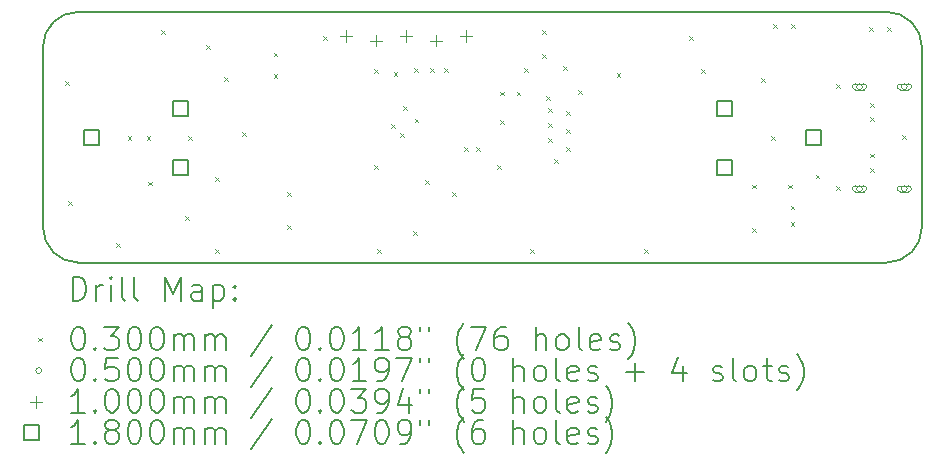
<source format=gbr>
%TF.GenerationSoftware,KiCad,Pcbnew,9.0.6*%
%TF.CreationDate,2026-01-18T22:32:43-05:00*%
%TF.ProjectId,Photon,50686f74-6f6e-42e6-9b69-6361645f7063,1.3*%
%TF.SameCoordinates,Original*%
%TF.FileFunction,Drillmap*%
%TF.FilePolarity,Positive*%
%FSLAX45Y45*%
G04 Gerber Fmt 4.5, Leading zero omitted, Abs format (unit mm)*
G04 Created by KiCad (PCBNEW 9.0.6) date 2026-01-18 22:32:43*
%MOMM*%
%LPD*%
G01*
G04 APERTURE LIST*
%ADD10C,0.200000*%
%ADD11C,0.100000*%
%ADD12C,0.180000*%
G04 APERTURE END LIST*
D10*
X6753300Y-4772300D02*
X13595500Y-4772300D01*
X13895500Y-6596300D02*
G75*
G02*
X13595500Y-6896300I-300000J0D01*
G01*
X6753300Y-6896300D02*
G75*
G02*
X6453300Y-6596300I0J300000D01*
G01*
X13895500Y-5072300D02*
X13895500Y-6596300D01*
X6453300Y-5072300D02*
G75*
G02*
X6753300Y-4772300I300000J0D01*
G01*
X13595500Y-6896300D02*
X6753300Y-6896300D01*
X13595500Y-4772300D02*
G75*
G02*
X13895500Y-5072300I0J-300000D01*
G01*
X6453300Y-6596300D02*
X6453300Y-5072300D01*
D11*
X6641500Y-5362100D02*
X6671500Y-5392100D01*
X6671500Y-5362100D02*
X6641500Y-5392100D01*
X6666900Y-6378100D02*
X6696900Y-6408100D01*
X6696900Y-6378100D02*
X6666900Y-6408100D01*
X7073300Y-6733700D02*
X7103300Y-6763700D01*
X7103300Y-6733700D02*
X7073300Y-6763700D01*
X7171100Y-5823980D02*
X7201100Y-5853980D01*
X7201100Y-5823980D02*
X7171100Y-5853980D01*
X7331100Y-5823980D02*
X7361100Y-5853980D01*
X7361100Y-5823980D02*
X7331100Y-5853980D01*
X7343820Y-6212450D02*
X7373820Y-6242450D01*
X7373820Y-6212450D02*
X7343820Y-6242450D01*
X7454300Y-4930300D02*
X7484300Y-4960300D01*
X7484300Y-4930300D02*
X7454300Y-4960300D01*
X7657500Y-6505100D02*
X7687500Y-6535100D01*
X7687500Y-6505100D02*
X7657500Y-6535100D01*
X7682900Y-5823980D02*
X7712900Y-5853980D01*
X7712900Y-5823980D02*
X7682900Y-5853980D01*
X7835300Y-5057300D02*
X7865300Y-5087300D01*
X7865300Y-5057300D02*
X7835300Y-5087300D01*
X7911500Y-6174900D02*
X7941500Y-6204900D01*
X7941500Y-6174900D02*
X7911500Y-6204900D01*
X7911500Y-6784500D02*
X7941500Y-6814500D01*
X7941500Y-6784500D02*
X7911500Y-6814500D01*
X7987700Y-5325350D02*
X8017700Y-5355350D01*
X8017700Y-5325350D02*
X7987700Y-5355350D01*
X8140100Y-5793900D02*
X8170100Y-5823900D01*
X8170100Y-5793900D02*
X8140100Y-5823900D01*
X8406800Y-5119700D02*
X8436800Y-5149700D01*
X8436800Y-5119700D02*
X8406800Y-5149700D01*
X8406800Y-5300012D02*
X8436800Y-5330012D01*
X8436800Y-5300012D02*
X8406800Y-5330012D01*
X8521100Y-6301900D02*
X8551100Y-6331900D01*
X8551100Y-6301900D02*
X8521100Y-6331900D01*
X8521100Y-6581300D02*
X8551100Y-6611300D01*
X8551100Y-6581300D02*
X8521100Y-6611300D01*
X8825900Y-4981100D02*
X8855900Y-5011100D01*
X8855900Y-4981100D02*
X8825900Y-5011100D01*
X9257700Y-5260500D02*
X9287700Y-5290500D01*
X9287700Y-5260500D02*
X9257700Y-5290500D01*
X9257700Y-6073300D02*
X9287700Y-6103300D01*
X9287700Y-6073300D02*
X9257700Y-6103300D01*
X9283100Y-6784500D02*
X9313100Y-6814500D01*
X9313100Y-6784500D02*
X9283100Y-6814500D01*
X9403394Y-5724406D02*
X9433394Y-5754406D01*
X9433394Y-5724406D02*
X9403394Y-5754406D01*
X9422800Y-5285900D02*
X9452800Y-5315900D01*
X9452800Y-5285900D02*
X9422800Y-5315900D01*
X9479946Y-5800254D02*
X9509946Y-5830254D01*
X9509946Y-5800254D02*
X9479946Y-5830254D01*
X9504078Y-5572922D02*
X9534078Y-5602922D01*
X9534078Y-5572922D02*
X9504078Y-5602922D01*
X9587900Y-6632100D02*
X9617900Y-6662100D01*
X9617900Y-6632100D02*
X9587900Y-6662100D01*
X9596200Y-5252200D02*
X9626200Y-5282200D01*
X9626200Y-5252200D02*
X9596200Y-5282200D01*
X9600523Y-5679677D02*
X9630523Y-5709677D01*
X9630523Y-5679677D02*
X9600523Y-5709677D01*
X9689500Y-6200300D02*
X9719500Y-6230300D01*
X9719500Y-6200300D02*
X9689500Y-6230300D01*
X9732000Y-5252200D02*
X9762000Y-5282200D01*
X9762000Y-5252200D02*
X9732000Y-5282200D01*
X9853102Y-5248900D02*
X9883102Y-5278900D01*
X9883102Y-5248900D02*
X9853102Y-5278900D01*
X9918100Y-6301900D02*
X9948100Y-6331900D01*
X9948100Y-6301900D02*
X9918100Y-6331900D01*
X10019700Y-5920900D02*
X10049700Y-5950900D01*
X10049700Y-5920900D02*
X10019700Y-5950900D01*
X10121300Y-5920900D02*
X10151300Y-5950900D01*
X10151300Y-5920900D02*
X10121300Y-5950900D01*
X10299100Y-6073300D02*
X10329100Y-6103300D01*
X10329100Y-6073300D02*
X10299100Y-6103300D01*
X10324500Y-5451000D02*
X10354500Y-5481000D01*
X10354500Y-5451000D02*
X10324500Y-5481000D01*
X10324500Y-5692300D02*
X10354500Y-5722300D01*
X10354500Y-5692300D02*
X10324500Y-5722300D01*
X10464200Y-5451000D02*
X10494200Y-5481000D01*
X10494200Y-5451000D02*
X10464200Y-5481000D01*
X10527700Y-5248900D02*
X10557700Y-5278900D01*
X10557700Y-5248900D02*
X10527700Y-5278900D01*
X10578500Y-6784500D02*
X10608500Y-6814500D01*
X10608500Y-6784500D02*
X10578500Y-6814500D01*
X10680100Y-4930300D02*
X10710100Y-4960300D01*
X10710100Y-4930300D02*
X10680100Y-4960300D01*
X10680240Y-5133360D02*
X10710240Y-5163360D01*
X10710240Y-5133360D02*
X10680240Y-5163360D01*
X10715938Y-5489862D02*
X10745938Y-5519862D01*
X10745938Y-5489862D02*
X10715938Y-5519862D01*
X10730900Y-5590700D02*
X10760900Y-5620700D01*
X10760900Y-5590700D02*
X10730900Y-5620700D01*
X10730900Y-5717700D02*
X10760900Y-5747700D01*
X10760900Y-5717700D02*
X10730900Y-5747700D01*
X10730900Y-5844700D02*
X10760900Y-5874700D01*
X10760900Y-5844700D02*
X10730900Y-5874700D01*
X10781700Y-6022500D02*
X10811700Y-6052500D01*
X10811700Y-6022500D02*
X10781700Y-6052500D01*
X10857900Y-5235100D02*
X10887900Y-5265100D01*
X10887900Y-5235100D02*
X10857900Y-5265100D01*
X10883300Y-5616100D02*
X10913300Y-5646100D01*
X10913300Y-5616100D02*
X10883300Y-5646100D01*
X10883300Y-5768500D02*
X10913300Y-5798500D01*
X10913300Y-5768500D02*
X10883300Y-5798500D01*
X10883300Y-5920900D02*
X10913300Y-5950900D01*
X10913300Y-5920900D02*
X10883300Y-5950900D01*
X10985179Y-5438300D02*
X11015179Y-5468300D01*
X11015179Y-5438300D02*
X10985179Y-5468300D01*
X11313400Y-5293600D02*
X11343400Y-5323600D01*
X11343400Y-5293600D02*
X11313400Y-5323600D01*
X11543700Y-6784500D02*
X11573700Y-6814500D01*
X11573700Y-6784500D02*
X11543700Y-6814500D01*
X11924700Y-4981100D02*
X11954700Y-5011100D01*
X11954700Y-4981100D02*
X11924700Y-5011100D01*
X12025300Y-5260500D02*
X12055300Y-5290500D01*
X12055300Y-5260500D02*
X12025300Y-5290500D01*
X12458100Y-6235860D02*
X12488100Y-6265860D01*
X12488100Y-6235860D02*
X12458100Y-6265860D01*
X12458100Y-6606700D02*
X12488100Y-6636700D01*
X12488100Y-6606700D02*
X12458100Y-6636700D01*
X12534300Y-5336700D02*
X12564300Y-5366700D01*
X12564300Y-5336700D02*
X12534300Y-5366700D01*
X12621060Y-5823980D02*
X12651060Y-5853980D01*
X12651060Y-5823980D02*
X12621060Y-5853980D01*
X12635900Y-4879500D02*
X12665900Y-4909500D01*
X12665900Y-4879500D02*
X12635900Y-4909500D01*
X12762900Y-6235860D02*
X12792900Y-6265860D01*
X12792900Y-6235860D02*
X12762900Y-6265860D01*
X12785434Y-6414035D02*
X12815434Y-6444035D01*
X12815434Y-6414035D02*
X12785434Y-6444035D01*
X12785434Y-6553034D02*
X12815434Y-6583034D01*
X12815434Y-6553034D02*
X12785434Y-6583034D01*
X12788300Y-4879500D02*
X12818300Y-4909500D01*
X12818300Y-4879500D02*
X12788300Y-4909500D01*
X12996560Y-6151480D02*
X13026560Y-6181480D01*
X13026560Y-6151480D02*
X12996560Y-6181480D01*
X13169300Y-5387500D02*
X13199300Y-5417500D01*
X13199300Y-5387500D02*
X13169300Y-5417500D01*
X13169300Y-6251100D02*
X13199300Y-6281100D01*
X13199300Y-6251100D02*
X13169300Y-6281100D01*
X13448700Y-4904900D02*
X13478700Y-4934900D01*
X13478700Y-4904900D02*
X13448700Y-4934900D01*
X13459900Y-5548980D02*
X13489900Y-5578980D01*
X13489900Y-5548980D02*
X13459900Y-5578980D01*
X13459900Y-5666900D02*
X13489900Y-5696900D01*
X13489900Y-5666900D02*
X13459900Y-5696900D01*
X13459900Y-5975980D02*
X13489900Y-6005980D01*
X13489900Y-5975980D02*
X13459900Y-6005980D01*
X13459900Y-6098700D02*
X13489900Y-6128700D01*
X13489900Y-6098700D02*
X13459900Y-6128700D01*
X13601100Y-4904900D02*
X13631100Y-4934900D01*
X13631100Y-4904900D02*
X13601100Y-4934900D01*
X13728100Y-5819300D02*
X13758100Y-5849300D01*
X13758100Y-5819300D02*
X13728100Y-5849300D01*
X13391900Y-5406980D02*
G75*
G02*
X13341900Y-5406980I-25000J0D01*
G01*
X13341900Y-5406980D02*
G75*
G02*
X13391900Y-5406980I25000J0D01*
G01*
X13331900Y-5431980D02*
X13401900Y-5431980D01*
X13401900Y-5381980D02*
G75*
G02*
X13401900Y-5431980I0J-25000D01*
G01*
X13401900Y-5381980D02*
X13331900Y-5381980D01*
X13331900Y-5381980D02*
G75*
G03*
X13331900Y-5431980I0J-25000D01*
G01*
X13391900Y-6270980D02*
G75*
G02*
X13341900Y-6270980I-25000J0D01*
G01*
X13341900Y-6270980D02*
G75*
G02*
X13391900Y-6270980I25000J0D01*
G01*
X13331900Y-6295980D02*
X13401900Y-6295980D01*
X13401900Y-6245980D02*
G75*
G02*
X13401900Y-6295980I0J-25000D01*
G01*
X13401900Y-6245980D02*
X13331900Y-6245980D01*
X13331900Y-6245980D02*
G75*
G03*
X13331900Y-6295980I0J-25000D01*
G01*
X13771900Y-5406980D02*
G75*
G02*
X13721900Y-5406980I-25000J0D01*
G01*
X13721900Y-5406980D02*
G75*
G02*
X13771900Y-5406980I25000J0D01*
G01*
X13711900Y-5431980D02*
X13781900Y-5431980D01*
X13781900Y-5381980D02*
G75*
G02*
X13781900Y-5431980I0J-25000D01*
G01*
X13781900Y-5381980D02*
X13711900Y-5381980D01*
X13711900Y-5381980D02*
G75*
G03*
X13711900Y-5431980I0J-25000D01*
G01*
X13771900Y-6270980D02*
G75*
G02*
X13721900Y-6270980I-25000J0D01*
G01*
X13721900Y-6270980D02*
G75*
G02*
X13771900Y-6270980I25000J0D01*
G01*
X13711900Y-6295980D02*
X13781900Y-6295980D01*
X13781900Y-6245980D02*
G75*
G02*
X13781900Y-6295980I0J-25000D01*
G01*
X13781900Y-6245980D02*
X13711900Y-6245980D01*
X13711900Y-6245980D02*
G75*
G03*
X13711900Y-6295980I0J-25000D01*
G01*
X9018700Y-4926100D02*
X9018700Y-5026100D01*
X8968700Y-4976100D02*
X9068700Y-4976100D01*
X9272700Y-4966100D02*
X9272700Y-5066100D01*
X9222700Y-5016100D02*
X9322700Y-5016100D01*
X9526700Y-4926100D02*
X9526700Y-5026100D01*
X9476700Y-4976100D02*
X9576700Y-4976100D01*
X9780700Y-4966100D02*
X9780700Y-5066100D01*
X9730700Y-5016100D02*
X9830700Y-5016100D01*
X10034700Y-4926100D02*
X10034700Y-5026100D01*
X9984700Y-4976100D02*
X10084700Y-4976100D01*
D12*
X6924340Y-5902620D02*
X6924340Y-5775340D01*
X6797060Y-5775340D01*
X6797060Y-5902620D01*
X6924340Y-5902620D01*
X7684340Y-5652620D02*
X7684340Y-5525340D01*
X7557060Y-5525340D01*
X7557060Y-5652620D01*
X7684340Y-5652620D01*
X7684340Y-6152620D02*
X7684340Y-6025340D01*
X7557060Y-6025340D01*
X7557060Y-6152620D01*
X7684340Y-6152620D01*
X12284340Y-5652620D02*
X12284340Y-5525340D01*
X12157060Y-5525340D01*
X12157060Y-5652620D01*
X12284340Y-5652620D01*
X12284340Y-6152620D02*
X12284340Y-6025340D01*
X12157060Y-6025340D01*
X12157060Y-6152620D01*
X12284340Y-6152620D01*
X13044340Y-5902620D02*
X13044340Y-5775340D01*
X12917060Y-5775340D01*
X12917060Y-5902620D01*
X13044340Y-5902620D01*
D10*
X6704077Y-7217784D02*
X6704077Y-7017784D01*
X6704077Y-7017784D02*
X6751696Y-7017784D01*
X6751696Y-7017784D02*
X6780267Y-7027308D01*
X6780267Y-7027308D02*
X6799315Y-7046355D01*
X6799315Y-7046355D02*
X6808839Y-7065403D01*
X6808839Y-7065403D02*
X6818363Y-7103498D01*
X6818363Y-7103498D02*
X6818363Y-7132069D01*
X6818363Y-7132069D02*
X6808839Y-7170165D01*
X6808839Y-7170165D02*
X6799315Y-7189212D01*
X6799315Y-7189212D02*
X6780267Y-7208260D01*
X6780267Y-7208260D02*
X6751696Y-7217784D01*
X6751696Y-7217784D02*
X6704077Y-7217784D01*
X6904077Y-7217784D02*
X6904077Y-7084450D01*
X6904077Y-7122546D02*
X6913601Y-7103498D01*
X6913601Y-7103498D02*
X6923124Y-7093974D01*
X6923124Y-7093974D02*
X6942172Y-7084450D01*
X6942172Y-7084450D02*
X6961220Y-7084450D01*
X7027886Y-7217784D02*
X7027886Y-7084450D01*
X7027886Y-7017784D02*
X7018363Y-7027308D01*
X7018363Y-7027308D02*
X7027886Y-7036831D01*
X7027886Y-7036831D02*
X7037410Y-7027308D01*
X7037410Y-7027308D02*
X7027886Y-7017784D01*
X7027886Y-7017784D02*
X7027886Y-7036831D01*
X7151696Y-7217784D02*
X7132648Y-7208260D01*
X7132648Y-7208260D02*
X7123124Y-7189212D01*
X7123124Y-7189212D02*
X7123124Y-7017784D01*
X7256458Y-7217784D02*
X7237410Y-7208260D01*
X7237410Y-7208260D02*
X7227886Y-7189212D01*
X7227886Y-7189212D02*
X7227886Y-7017784D01*
X7485029Y-7217784D02*
X7485029Y-7017784D01*
X7485029Y-7017784D02*
X7551696Y-7160641D01*
X7551696Y-7160641D02*
X7618363Y-7017784D01*
X7618363Y-7017784D02*
X7618363Y-7217784D01*
X7799315Y-7217784D02*
X7799315Y-7113022D01*
X7799315Y-7113022D02*
X7789791Y-7093974D01*
X7789791Y-7093974D02*
X7770744Y-7084450D01*
X7770744Y-7084450D02*
X7732648Y-7084450D01*
X7732648Y-7084450D02*
X7713601Y-7093974D01*
X7799315Y-7208260D02*
X7780267Y-7217784D01*
X7780267Y-7217784D02*
X7732648Y-7217784D01*
X7732648Y-7217784D02*
X7713601Y-7208260D01*
X7713601Y-7208260D02*
X7704077Y-7189212D01*
X7704077Y-7189212D02*
X7704077Y-7170165D01*
X7704077Y-7170165D02*
X7713601Y-7151117D01*
X7713601Y-7151117D02*
X7732648Y-7141593D01*
X7732648Y-7141593D02*
X7780267Y-7141593D01*
X7780267Y-7141593D02*
X7799315Y-7132069D01*
X7894553Y-7084450D02*
X7894553Y-7284450D01*
X7894553Y-7093974D02*
X7913601Y-7084450D01*
X7913601Y-7084450D02*
X7951696Y-7084450D01*
X7951696Y-7084450D02*
X7970744Y-7093974D01*
X7970744Y-7093974D02*
X7980267Y-7103498D01*
X7980267Y-7103498D02*
X7989791Y-7122546D01*
X7989791Y-7122546D02*
X7989791Y-7179688D01*
X7989791Y-7179688D02*
X7980267Y-7198736D01*
X7980267Y-7198736D02*
X7970744Y-7208260D01*
X7970744Y-7208260D02*
X7951696Y-7217784D01*
X7951696Y-7217784D02*
X7913601Y-7217784D01*
X7913601Y-7217784D02*
X7894553Y-7208260D01*
X8075505Y-7198736D02*
X8085029Y-7208260D01*
X8085029Y-7208260D02*
X8075505Y-7217784D01*
X8075505Y-7217784D02*
X8065982Y-7208260D01*
X8065982Y-7208260D02*
X8075505Y-7198736D01*
X8075505Y-7198736D02*
X8075505Y-7217784D01*
X8075505Y-7093974D02*
X8085029Y-7103498D01*
X8085029Y-7103498D02*
X8075505Y-7113022D01*
X8075505Y-7113022D02*
X8065982Y-7103498D01*
X8065982Y-7103498D02*
X8075505Y-7093974D01*
X8075505Y-7093974D02*
X8075505Y-7113022D01*
D11*
X6413300Y-7531300D02*
X6443300Y-7561300D01*
X6443300Y-7531300D02*
X6413300Y-7561300D01*
D10*
X6742172Y-7437784D02*
X6761220Y-7437784D01*
X6761220Y-7437784D02*
X6780267Y-7447308D01*
X6780267Y-7447308D02*
X6789791Y-7456831D01*
X6789791Y-7456831D02*
X6799315Y-7475879D01*
X6799315Y-7475879D02*
X6808839Y-7513974D01*
X6808839Y-7513974D02*
X6808839Y-7561593D01*
X6808839Y-7561593D02*
X6799315Y-7599688D01*
X6799315Y-7599688D02*
X6789791Y-7618736D01*
X6789791Y-7618736D02*
X6780267Y-7628260D01*
X6780267Y-7628260D02*
X6761220Y-7637784D01*
X6761220Y-7637784D02*
X6742172Y-7637784D01*
X6742172Y-7637784D02*
X6723124Y-7628260D01*
X6723124Y-7628260D02*
X6713601Y-7618736D01*
X6713601Y-7618736D02*
X6704077Y-7599688D01*
X6704077Y-7599688D02*
X6694553Y-7561593D01*
X6694553Y-7561593D02*
X6694553Y-7513974D01*
X6694553Y-7513974D02*
X6704077Y-7475879D01*
X6704077Y-7475879D02*
X6713601Y-7456831D01*
X6713601Y-7456831D02*
X6723124Y-7447308D01*
X6723124Y-7447308D02*
X6742172Y-7437784D01*
X6894553Y-7618736D02*
X6904077Y-7628260D01*
X6904077Y-7628260D02*
X6894553Y-7637784D01*
X6894553Y-7637784D02*
X6885029Y-7628260D01*
X6885029Y-7628260D02*
X6894553Y-7618736D01*
X6894553Y-7618736D02*
X6894553Y-7637784D01*
X6970744Y-7437784D02*
X7094553Y-7437784D01*
X7094553Y-7437784D02*
X7027886Y-7513974D01*
X7027886Y-7513974D02*
X7056458Y-7513974D01*
X7056458Y-7513974D02*
X7075505Y-7523498D01*
X7075505Y-7523498D02*
X7085029Y-7533022D01*
X7085029Y-7533022D02*
X7094553Y-7552069D01*
X7094553Y-7552069D02*
X7094553Y-7599688D01*
X7094553Y-7599688D02*
X7085029Y-7618736D01*
X7085029Y-7618736D02*
X7075505Y-7628260D01*
X7075505Y-7628260D02*
X7056458Y-7637784D01*
X7056458Y-7637784D02*
X6999315Y-7637784D01*
X6999315Y-7637784D02*
X6980267Y-7628260D01*
X6980267Y-7628260D02*
X6970744Y-7618736D01*
X7218363Y-7437784D02*
X7237410Y-7437784D01*
X7237410Y-7437784D02*
X7256458Y-7447308D01*
X7256458Y-7447308D02*
X7265982Y-7456831D01*
X7265982Y-7456831D02*
X7275505Y-7475879D01*
X7275505Y-7475879D02*
X7285029Y-7513974D01*
X7285029Y-7513974D02*
X7285029Y-7561593D01*
X7285029Y-7561593D02*
X7275505Y-7599688D01*
X7275505Y-7599688D02*
X7265982Y-7618736D01*
X7265982Y-7618736D02*
X7256458Y-7628260D01*
X7256458Y-7628260D02*
X7237410Y-7637784D01*
X7237410Y-7637784D02*
X7218363Y-7637784D01*
X7218363Y-7637784D02*
X7199315Y-7628260D01*
X7199315Y-7628260D02*
X7189791Y-7618736D01*
X7189791Y-7618736D02*
X7180267Y-7599688D01*
X7180267Y-7599688D02*
X7170744Y-7561593D01*
X7170744Y-7561593D02*
X7170744Y-7513974D01*
X7170744Y-7513974D02*
X7180267Y-7475879D01*
X7180267Y-7475879D02*
X7189791Y-7456831D01*
X7189791Y-7456831D02*
X7199315Y-7447308D01*
X7199315Y-7447308D02*
X7218363Y-7437784D01*
X7408839Y-7437784D02*
X7427886Y-7437784D01*
X7427886Y-7437784D02*
X7446934Y-7447308D01*
X7446934Y-7447308D02*
X7456458Y-7456831D01*
X7456458Y-7456831D02*
X7465982Y-7475879D01*
X7465982Y-7475879D02*
X7475505Y-7513974D01*
X7475505Y-7513974D02*
X7475505Y-7561593D01*
X7475505Y-7561593D02*
X7465982Y-7599688D01*
X7465982Y-7599688D02*
X7456458Y-7618736D01*
X7456458Y-7618736D02*
X7446934Y-7628260D01*
X7446934Y-7628260D02*
X7427886Y-7637784D01*
X7427886Y-7637784D02*
X7408839Y-7637784D01*
X7408839Y-7637784D02*
X7389791Y-7628260D01*
X7389791Y-7628260D02*
X7380267Y-7618736D01*
X7380267Y-7618736D02*
X7370744Y-7599688D01*
X7370744Y-7599688D02*
X7361220Y-7561593D01*
X7361220Y-7561593D02*
X7361220Y-7513974D01*
X7361220Y-7513974D02*
X7370744Y-7475879D01*
X7370744Y-7475879D02*
X7380267Y-7456831D01*
X7380267Y-7456831D02*
X7389791Y-7447308D01*
X7389791Y-7447308D02*
X7408839Y-7437784D01*
X7561220Y-7637784D02*
X7561220Y-7504450D01*
X7561220Y-7523498D02*
X7570744Y-7513974D01*
X7570744Y-7513974D02*
X7589791Y-7504450D01*
X7589791Y-7504450D02*
X7618363Y-7504450D01*
X7618363Y-7504450D02*
X7637410Y-7513974D01*
X7637410Y-7513974D02*
X7646934Y-7533022D01*
X7646934Y-7533022D02*
X7646934Y-7637784D01*
X7646934Y-7533022D02*
X7656458Y-7513974D01*
X7656458Y-7513974D02*
X7675505Y-7504450D01*
X7675505Y-7504450D02*
X7704077Y-7504450D01*
X7704077Y-7504450D02*
X7723125Y-7513974D01*
X7723125Y-7513974D02*
X7732648Y-7533022D01*
X7732648Y-7533022D02*
X7732648Y-7637784D01*
X7827886Y-7637784D02*
X7827886Y-7504450D01*
X7827886Y-7523498D02*
X7837410Y-7513974D01*
X7837410Y-7513974D02*
X7856458Y-7504450D01*
X7856458Y-7504450D02*
X7885029Y-7504450D01*
X7885029Y-7504450D02*
X7904077Y-7513974D01*
X7904077Y-7513974D02*
X7913601Y-7533022D01*
X7913601Y-7533022D02*
X7913601Y-7637784D01*
X7913601Y-7533022D02*
X7923125Y-7513974D01*
X7923125Y-7513974D02*
X7942172Y-7504450D01*
X7942172Y-7504450D02*
X7970744Y-7504450D01*
X7970744Y-7504450D02*
X7989791Y-7513974D01*
X7989791Y-7513974D02*
X7999315Y-7533022D01*
X7999315Y-7533022D02*
X7999315Y-7637784D01*
X8389791Y-7428260D02*
X8218363Y-7685403D01*
X8646934Y-7437784D02*
X8665982Y-7437784D01*
X8665982Y-7437784D02*
X8685030Y-7447308D01*
X8685030Y-7447308D02*
X8694553Y-7456831D01*
X8694553Y-7456831D02*
X8704077Y-7475879D01*
X8704077Y-7475879D02*
X8713601Y-7513974D01*
X8713601Y-7513974D02*
X8713601Y-7561593D01*
X8713601Y-7561593D02*
X8704077Y-7599688D01*
X8704077Y-7599688D02*
X8694553Y-7618736D01*
X8694553Y-7618736D02*
X8685030Y-7628260D01*
X8685030Y-7628260D02*
X8665982Y-7637784D01*
X8665982Y-7637784D02*
X8646934Y-7637784D01*
X8646934Y-7637784D02*
X8627887Y-7628260D01*
X8627887Y-7628260D02*
X8618363Y-7618736D01*
X8618363Y-7618736D02*
X8608839Y-7599688D01*
X8608839Y-7599688D02*
X8599315Y-7561593D01*
X8599315Y-7561593D02*
X8599315Y-7513974D01*
X8599315Y-7513974D02*
X8608839Y-7475879D01*
X8608839Y-7475879D02*
X8618363Y-7456831D01*
X8618363Y-7456831D02*
X8627887Y-7447308D01*
X8627887Y-7447308D02*
X8646934Y-7437784D01*
X8799315Y-7618736D02*
X8808839Y-7628260D01*
X8808839Y-7628260D02*
X8799315Y-7637784D01*
X8799315Y-7637784D02*
X8789791Y-7628260D01*
X8789791Y-7628260D02*
X8799315Y-7618736D01*
X8799315Y-7618736D02*
X8799315Y-7637784D01*
X8932649Y-7437784D02*
X8951696Y-7437784D01*
X8951696Y-7437784D02*
X8970744Y-7447308D01*
X8970744Y-7447308D02*
X8980268Y-7456831D01*
X8980268Y-7456831D02*
X8989791Y-7475879D01*
X8989791Y-7475879D02*
X8999315Y-7513974D01*
X8999315Y-7513974D02*
X8999315Y-7561593D01*
X8999315Y-7561593D02*
X8989791Y-7599688D01*
X8989791Y-7599688D02*
X8980268Y-7618736D01*
X8980268Y-7618736D02*
X8970744Y-7628260D01*
X8970744Y-7628260D02*
X8951696Y-7637784D01*
X8951696Y-7637784D02*
X8932649Y-7637784D01*
X8932649Y-7637784D02*
X8913601Y-7628260D01*
X8913601Y-7628260D02*
X8904077Y-7618736D01*
X8904077Y-7618736D02*
X8894553Y-7599688D01*
X8894553Y-7599688D02*
X8885030Y-7561593D01*
X8885030Y-7561593D02*
X8885030Y-7513974D01*
X8885030Y-7513974D02*
X8894553Y-7475879D01*
X8894553Y-7475879D02*
X8904077Y-7456831D01*
X8904077Y-7456831D02*
X8913601Y-7447308D01*
X8913601Y-7447308D02*
X8932649Y-7437784D01*
X9189791Y-7637784D02*
X9075506Y-7637784D01*
X9132649Y-7637784D02*
X9132649Y-7437784D01*
X9132649Y-7437784D02*
X9113601Y-7466355D01*
X9113601Y-7466355D02*
X9094553Y-7485403D01*
X9094553Y-7485403D02*
X9075506Y-7494927D01*
X9380268Y-7637784D02*
X9265982Y-7637784D01*
X9323125Y-7637784D02*
X9323125Y-7437784D01*
X9323125Y-7437784D02*
X9304077Y-7466355D01*
X9304077Y-7466355D02*
X9285030Y-7485403D01*
X9285030Y-7485403D02*
X9265982Y-7494927D01*
X9494553Y-7523498D02*
X9475506Y-7513974D01*
X9475506Y-7513974D02*
X9465982Y-7504450D01*
X9465982Y-7504450D02*
X9456458Y-7485403D01*
X9456458Y-7485403D02*
X9456458Y-7475879D01*
X9456458Y-7475879D02*
X9465982Y-7456831D01*
X9465982Y-7456831D02*
X9475506Y-7447308D01*
X9475506Y-7447308D02*
X9494553Y-7437784D01*
X9494553Y-7437784D02*
X9532649Y-7437784D01*
X9532649Y-7437784D02*
X9551696Y-7447308D01*
X9551696Y-7447308D02*
X9561220Y-7456831D01*
X9561220Y-7456831D02*
X9570744Y-7475879D01*
X9570744Y-7475879D02*
X9570744Y-7485403D01*
X9570744Y-7485403D02*
X9561220Y-7504450D01*
X9561220Y-7504450D02*
X9551696Y-7513974D01*
X9551696Y-7513974D02*
X9532649Y-7523498D01*
X9532649Y-7523498D02*
X9494553Y-7523498D01*
X9494553Y-7523498D02*
X9475506Y-7533022D01*
X9475506Y-7533022D02*
X9465982Y-7542546D01*
X9465982Y-7542546D02*
X9456458Y-7561593D01*
X9456458Y-7561593D02*
X9456458Y-7599688D01*
X9456458Y-7599688D02*
X9465982Y-7618736D01*
X9465982Y-7618736D02*
X9475506Y-7628260D01*
X9475506Y-7628260D02*
X9494553Y-7637784D01*
X9494553Y-7637784D02*
X9532649Y-7637784D01*
X9532649Y-7637784D02*
X9551696Y-7628260D01*
X9551696Y-7628260D02*
X9561220Y-7618736D01*
X9561220Y-7618736D02*
X9570744Y-7599688D01*
X9570744Y-7599688D02*
X9570744Y-7561593D01*
X9570744Y-7561593D02*
X9561220Y-7542546D01*
X9561220Y-7542546D02*
X9551696Y-7533022D01*
X9551696Y-7533022D02*
X9532649Y-7523498D01*
X9646934Y-7437784D02*
X9646934Y-7475879D01*
X9723125Y-7437784D02*
X9723125Y-7475879D01*
X10018363Y-7713974D02*
X10008839Y-7704450D01*
X10008839Y-7704450D02*
X9989792Y-7675879D01*
X9989792Y-7675879D02*
X9980268Y-7656831D01*
X9980268Y-7656831D02*
X9970744Y-7628260D01*
X9970744Y-7628260D02*
X9961220Y-7580641D01*
X9961220Y-7580641D02*
X9961220Y-7542546D01*
X9961220Y-7542546D02*
X9970744Y-7494927D01*
X9970744Y-7494927D02*
X9980268Y-7466355D01*
X9980268Y-7466355D02*
X9989792Y-7447308D01*
X9989792Y-7447308D02*
X10008839Y-7418736D01*
X10008839Y-7418736D02*
X10018363Y-7409212D01*
X10075506Y-7437784D02*
X10208839Y-7437784D01*
X10208839Y-7437784D02*
X10123125Y-7637784D01*
X10370744Y-7437784D02*
X10332649Y-7437784D01*
X10332649Y-7437784D02*
X10313601Y-7447308D01*
X10313601Y-7447308D02*
X10304077Y-7456831D01*
X10304077Y-7456831D02*
X10285030Y-7485403D01*
X10285030Y-7485403D02*
X10275506Y-7523498D01*
X10275506Y-7523498D02*
X10275506Y-7599688D01*
X10275506Y-7599688D02*
X10285030Y-7618736D01*
X10285030Y-7618736D02*
X10294553Y-7628260D01*
X10294553Y-7628260D02*
X10313601Y-7637784D01*
X10313601Y-7637784D02*
X10351696Y-7637784D01*
X10351696Y-7637784D02*
X10370744Y-7628260D01*
X10370744Y-7628260D02*
X10380268Y-7618736D01*
X10380268Y-7618736D02*
X10389792Y-7599688D01*
X10389792Y-7599688D02*
X10389792Y-7552069D01*
X10389792Y-7552069D02*
X10380268Y-7533022D01*
X10380268Y-7533022D02*
X10370744Y-7523498D01*
X10370744Y-7523498D02*
X10351696Y-7513974D01*
X10351696Y-7513974D02*
X10313601Y-7513974D01*
X10313601Y-7513974D02*
X10294553Y-7523498D01*
X10294553Y-7523498D02*
X10285030Y-7533022D01*
X10285030Y-7533022D02*
X10275506Y-7552069D01*
X10627887Y-7637784D02*
X10627887Y-7437784D01*
X10713601Y-7637784D02*
X10713601Y-7533022D01*
X10713601Y-7533022D02*
X10704077Y-7513974D01*
X10704077Y-7513974D02*
X10685030Y-7504450D01*
X10685030Y-7504450D02*
X10656458Y-7504450D01*
X10656458Y-7504450D02*
X10637411Y-7513974D01*
X10637411Y-7513974D02*
X10627887Y-7523498D01*
X10837411Y-7637784D02*
X10818363Y-7628260D01*
X10818363Y-7628260D02*
X10808839Y-7618736D01*
X10808839Y-7618736D02*
X10799315Y-7599688D01*
X10799315Y-7599688D02*
X10799315Y-7542546D01*
X10799315Y-7542546D02*
X10808839Y-7523498D01*
X10808839Y-7523498D02*
X10818363Y-7513974D01*
X10818363Y-7513974D02*
X10837411Y-7504450D01*
X10837411Y-7504450D02*
X10865982Y-7504450D01*
X10865982Y-7504450D02*
X10885030Y-7513974D01*
X10885030Y-7513974D02*
X10894554Y-7523498D01*
X10894554Y-7523498D02*
X10904077Y-7542546D01*
X10904077Y-7542546D02*
X10904077Y-7599688D01*
X10904077Y-7599688D02*
X10894554Y-7618736D01*
X10894554Y-7618736D02*
X10885030Y-7628260D01*
X10885030Y-7628260D02*
X10865982Y-7637784D01*
X10865982Y-7637784D02*
X10837411Y-7637784D01*
X11018363Y-7637784D02*
X10999315Y-7628260D01*
X10999315Y-7628260D02*
X10989792Y-7609212D01*
X10989792Y-7609212D02*
X10989792Y-7437784D01*
X11170744Y-7628260D02*
X11151696Y-7637784D01*
X11151696Y-7637784D02*
X11113601Y-7637784D01*
X11113601Y-7637784D02*
X11094554Y-7628260D01*
X11094554Y-7628260D02*
X11085030Y-7609212D01*
X11085030Y-7609212D02*
X11085030Y-7533022D01*
X11085030Y-7533022D02*
X11094554Y-7513974D01*
X11094554Y-7513974D02*
X11113601Y-7504450D01*
X11113601Y-7504450D02*
X11151696Y-7504450D01*
X11151696Y-7504450D02*
X11170744Y-7513974D01*
X11170744Y-7513974D02*
X11180268Y-7533022D01*
X11180268Y-7533022D02*
X11180268Y-7552069D01*
X11180268Y-7552069D02*
X11085030Y-7571117D01*
X11256458Y-7628260D02*
X11275506Y-7637784D01*
X11275506Y-7637784D02*
X11313601Y-7637784D01*
X11313601Y-7637784D02*
X11332649Y-7628260D01*
X11332649Y-7628260D02*
X11342173Y-7609212D01*
X11342173Y-7609212D02*
X11342173Y-7599688D01*
X11342173Y-7599688D02*
X11332649Y-7580641D01*
X11332649Y-7580641D02*
X11313601Y-7571117D01*
X11313601Y-7571117D02*
X11285030Y-7571117D01*
X11285030Y-7571117D02*
X11265982Y-7561593D01*
X11265982Y-7561593D02*
X11256458Y-7542546D01*
X11256458Y-7542546D02*
X11256458Y-7533022D01*
X11256458Y-7533022D02*
X11265982Y-7513974D01*
X11265982Y-7513974D02*
X11285030Y-7504450D01*
X11285030Y-7504450D02*
X11313601Y-7504450D01*
X11313601Y-7504450D02*
X11332649Y-7513974D01*
X11408839Y-7713974D02*
X11418363Y-7704450D01*
X11418363Y-7704450D02*
X11437411Y-7675879D01*
X11437411Y-7675879D02*
X11446934Y-7656831D01*
X11446934Y-7656831D02*
X11456458Y-7628260D01*
X11456458Y-7628260D02*
X11465982Y-7580641D01*
X11465982Y-7580641D02*
X11465982Y-7542546D01*
X11465982Y-7542546D02*
X11456458Y-7494927D01*
X11456458Y-7494927D02*
X11446934Y-7466355D01*
X11446934Y-7466355D02*
X11437411Y-7447308D01*
X11437411Y-7447308D02*
X11418363Y-7418736D01*
X11418363Y-7418736D02*
X11408839Y-7409212D01*
D11*
X6443300Y-7810300D02*
G75*
G02*
X6393300Y-7810300I-25000J0D01*
G01*
X6393300Y-7810300D02*
G75*
G02*
X6443300Y-7810300I25000J0D01*
G01*
D10*
X6742172Y-7701784D02*
X6761220Y-7701784D01*
X6761220Y-7701784D02*
X6780267Y-7711308D01*
X6780267Y-7711308D02*
X6789791Y-7720831D01*
X6789791Y-7720831D02*
X6799315Y-7739879D01*
X6799315Y-7739879D02*
X6808839Y-7777974D01*
X6808839Y-7777974D02*
X6808839Y-7825593D01*
X6808839Y-7825593D02*
X6799315Y-7863688D01*
X6799315Y-7863688D02*
X6789791Y-7882736D01*
X6789791Y-7882736D02*
X6780267Y-7892260D01*
X6780267Y-7892260D02*
X6761220Y-7901784D01*
X6761220Y-7901784D02*
X6742172Y-7901784D01*
X6742172Y-7901784D02*
X6723124Y-7892260D01*
X6723124Y-7892260D02*
X6713601Y-7882736D01*
X6713601Y-7882736D02*
X6704077Y-7863688D01*
X6704077Y-7863688D02*
X6694553Y-7825593D01*
X6694553Y-7825593D02*
X6694553Y-7777974D01*
X6694553Y-7777974D02*
X6704077Y-7739879D01*
X6704077Y-7739879D02*
X6713601Y-7720831D01*
X6713601Y-7720831D02*
X6723124Y-7711308D01*
X6723124Y-7711308D02*
X6742172Y-7701784D01*
X6894553Y-7882736D02*
X6904077Y-7892260D01*
X6904077Y-7892260D02*
X6894553Y-7901784D01*
X6894553Y-7901784D02*
X6885029Y-7892260D01*
X6885029Y-7892260D02*
X6894553Y-7882736D01*
X6894553Y-7882736D02*
X6894553Y-7901784D01*
X7085029Y-7701784D02*
X6989791Y-7701784D01*
X6989791Y-7701784D02*
X6980267Y-7797022D01*
X6980267Y-7797022D02*
X6989791Y-7787498D01*
X6989791Y-7787498D02*
X7008839Y-7777974D01*
X7008839Y-7777974D02*
X7056458Y-7777974D01*
X7056458Y-7777974D02*
X7075505Y-7787498D01*
X7075505Y-7787498D02*
X7085029Y-7797022D01*
X7085029Y-7797022D02*
X7094553Y-7816069D01*
X7094553Y-7816069D02*
X7094553Y-7863688D01*
X7094553Y-7863688D02*
X7085029Y-7882736D01*
X7085029Y-7882736D02*
X7075505Y-7892260D01*
X7075505Y-7892260D02*
X7056458Y-7901784D01*
X7056458Y-7901784D02*
X7008839Y-7901784D01*
X7008839Y-7901784D02*
X6989791Y-7892260D01*
X6989791Y-7892260D02*
X6980267Y-7882736D01*
X7218363Y-7701784D02*
X7237410Y-7701784D01*
X7237410Y-7701784D02*
X7256458Y-7711308D01*
X7256458Y-7711308D02*
X7265982Y-7720831D01*
X7265982Y-7720831D02*
X7275505Y-7739879D01*
X7275505Y-7739879D02*
X7285029Y-7777974D01*
X7285029Y-7777974D02*
X7285029Y-7825593D01*
X7285029Y-7825593D02*
X7275505Y-7863688D01*
X7275505Y-7863688D02*
X7265982Y-7882736D01*
X7265982Y-7882736D02*
X7256458Y-7892260D01*
X7256458Y-7892260D02*
X7237410Y-7901784D01*
X7237410Y-7901784D02*
X7218363Y-7901784D01*
X7218363Y-7901784D02*
X7199315Y-7892260D01*
X7199315Y-7892260D02*
X7189791Y-7882736D01*
X7189791Y-7882736D02*
X7180267Y-7863688D01*
X7180267Y-7863688D02*
X7170744Y-7825593D01*
X7170744Y-7825593D02*
X7170744Y-7777974D01*
X7170744Y-7777974D02*
X7180267Y-7739879D01*
X7180267Y-7739879D02*
X7189791Y-7720831D01*
X7189791Y-7720831D02*
X7199315Y-7711308D01*
X7199315Y-7711308D02*
X7218363Y-7701784D01*
X7408839Y-7701784D02*
X7427886Y-7701784D01*
X7427886Y-7701784D02*
X7446934Y-7711308D01*
X7446934Y-7711308D02*
X7456458Y-7720831D01*
X7456458Y-7720831D02*
X7465982Y-7739879D01*
X7465982Y-7739879D02*
X7475505Y-7777974D01*
X7475505Y-7777974D02*
X7475505Y-7825593D01*
X7475505Y-7825593D02*
X7465982Y-7863688D01*
X7465982Y-7863688D02*
X7456458Y-7882736D01*
X7456458Y-7882736D02*
X7446934Y-7892260D01*
X7446934Y-7892260D02*
X7427886Y-7901784D01*
X7427886Y-7901784D02*
X7408839Y-7901784D01*
X7408839Y-7901784D02*
X7389791Y-7892260D01*
X7389791Y-7892260D02*
X7380267Y-7882736D01*
X7380267Y-7882736D02*
X7370744Y-7863688D01*
X7370744Y-7863688D02*
X7361220Y-7825593D01*
X7361220Y-7825593D02*
X7361220Y-7777974D01*
X7361220Y-7777974D02*
X7370744Y-7739879D01*
X7370744Y-7739879D02*
X7380267Y-7720831D01*
X7380267Y-7720831D02*
X7389791Y-7711308D01*
X7389791Y-7711308D02*
X7408839Y-7701784D01*
X7561220Y-7901784D02*
X7561220Y-7768450D01*
X7561220Y-7787498D02*
X7570744Y-7777974D01*
X7570744Y-7777974D02*
X7589791Y-7768450D01*
X7589791Y-7768450D02*
X7618363Y-7768450D01*
X7618363Y-7768450D02*
X7637410Y-7777974D01*
X7637410Y-7777974D02*
X7646934Y-7797022D01*
X7646934Y-7797022D02*
X7646934Y-7901784D01*
X7646934Y-7797022D02*
X7656458Y-7777974D01*
X7656458Y-7777974D02*
X7675505Y-7768450D01*
X7675505Y-7768450D02*
X7704077Y-7768450D01*
X7704077Y-7768450D02*
X7723125Y-7777974D01*
X7723125Y-7777974D02*
X7732648Y-7797022D01*
X7732648Y-7797022D02*
X7732648Y-7901784D01*
X7827886Y-7901784D02*
X7827886Y-7768450D01*
X7827886Y-7787498D02*
X7837410Y-7777974D01*
X7837410Y-7777974D02*
X7856458Y-7768450D01*
X7856458Y-7768450D02*
X7885029Y-7768450D01*
X7885029Y-7768450D02*
X7904077Y-7777974D01*
X7904077Y-7777974D02*
X7913601Y-7797022D01*
X7913601Y-7797022D02*
X7913601Y-7901784D01*
X7913601Y-7797022D02*
X7923125Y-7777974D01*
X7923125Y-7777974D02*
X7942172Y-7768450D01*
X7942172Y-7768450D02*
X7970744Y-7768450D01*
X7970744Y-7768450D02*
X7989791Y-7777974D01*
X7989791Y-7777974D02*
X7999315Y-7797022D01*
X7999315Y-7797022D02*
X7999315Y-7901784D01*
X8389791Y-7692260D02*
X8218363Y-7949403D01*
X8646934Y-7701784D02*
X8665982Y-7701784D01*
X8665982Y-7701784D02*
X8685030Y-7711308D01*
X8685030Y-7711308D02*
X8694553Y-7720831D01*
X8694553Y-7720831D02*
X8704077Y-7739879D01*
X8704077Y-7739879D02*
X8713601Y-7777974D01*
X8713601Y-7777974D02*
X8713601Y-7825593D01*
X8713601Y-7825593D02*
X8704077Y-7863688D01*
X8704077Y-7863688D02*
X8694553Y-7882736D01*
X8694553Y-7882736D02*
X8685030Y-7892260D01*
X8685030Y-7892260D02*
X8665982Y-7901784D01*
X8665982Y-7901784D02*
X8646934Y-7901784D01*
X8646934Y-7901784D02*
X8627887Y-7892260D01*
X8627887Y-7892260D02*
X8618363Y-7882736D01*
X8618363Y-7882736D02*
X8608839Y-7863688D01*
X8608839Y-7863688D02*
X8599315Y-7825593D01*
X8599315Y-7825593D02*
X8599315Y-7777974D01*
X8599315Y-7777974D02*
X8608839Y-7739879D01*
X8608839Y-7739879D02*
X8618363Y-7720831D01*
X8618363Y-7720831D02*
X8627887Y-7711308D01*
X8627887Y-7711308D02*
X8646934Y-7701784D01*
X8799315Y-7882736D02*
X8808839Y-7892260D01*
X8808839Y-7892260D02*
X8799315Y-7901784D01*
X8799315Y-7901784D02*
X8789791Y-7892260D01*
X8789791Y-7892260D02*
X8799315Y-7882736D01*
X8799315Y-7882736D02*
X8799315Y-7901784D01*
X8932649Y-7701784D02*
X8951696Y-7701784D01*
X8951696Y-7701784D02*
X8970744Y-7711308D01*
X8970744Y-7711308D02*
X8980268Y-7720831D01*
X8980268Y-7720831D02*
X8989791Y-7739879D01*
X8989791Y-7739879D02*
X8999315Y-7777974D01*
X8999315Y-7777974D02*
X8999315Y-7825593D01*
X8999315Y-7825593D02*
X8989791Y-7863688D01*
X8989791Y-7863688D02*
X8980268Y-7882736D01*
X8980268Y-7882736D02*
X8970744Y-7892260D01*
X8970744Y-7892260D02*
X8951696Y-7901784D01*
X8951696Y-7901784D02*
X8932649Y-7901784D01*
X8932649Y-7901784D02*
X8913601Y-7892260D01*
X8913601Y-7892260D02*
X8904077Y-7882736D01*
X8904077Y-7882736D02*
X8894553Y-7863688D01*
X8894553Y-7863688D02*
X8885030Y-7825593D01*
X8885030Y-7825593D02*
X8885030Y-7777974D01*
X8885030Y-7777974D02*
X8894553Y-7739879D01*
X8894553Y-7739879D02*
X8904077Y-7720831D01*
X8904077Y-7720831D02*
X8913601Y-7711308D01*
X8913601Y-7711308D02*
X8932649Y-7701784D01*
X9189791Y-7901784D02*
X9075506Y-7901784D01*
X9132649Y-7901784D02*
X9132649Y-7701784D01*
X9132649Y-7701784D02*
X9113601Y-7730355D01*
X9113601Y-7730355D02*
X9094553Y-7749403D01*
X9094553Y-7749403D02*
X9075506Y-7758927D01*
X9285030Y-7901784D02*
X9323125Y-7901784D01*
X9323125Y-7901784D02*
X9342172Y-7892260D01*
X9342172Y-7892260D02*
X9351696Y-7882736D01*
X9351696Y-7882736D02*
X9370744Y-7854165D01*
X9370744Y-7854165D02*
X9380268Y-7816069D01*
X9380268Y-7816069D02*
X9380268Y-7739879D01*
X9380268Y-7739879D02*
X9370744Y-7720831D01*
X9370744Y-7720831D02*
X9361220Y-7711308D01*
X9361220Y-7711308D02*
X9342172Y-7701784D01*
X9342172Y-7701784D02*
X9304077Y-7701784D01*
X9304077Y-7701784D02*
X9285030Y-7711308D01*
X9285030Y-7711308D02*
X9275506Y-7720831D01*
X9275506Y-7720831D02*
X9265982Y-7739879D01*
X9265982Y-7739879D02*
X9265982Y-7787498D01*
X9265982Y-7787498D02*
X9275506Y-7806546D01*
X9275506Y-7806546D02*
X9285030Y-7816069D01*
X9285030Y-7816069D02*
X9304077Y-7825593D01*
X9304077Y-7825593D02*
X9342172Y-7825593D01*
X9342172Y-7825593D02*
X9361220Y-7816069D01*
X9361220Y-7816069D02*
X9370744Y-7806546D01*
X9370744Y-7806546D02*
X9380268Y-7787498D01*
X9446934Y-7701784D02*
X9580268Y-7701784D01*
X9580268Y-7701784D02*
X9494553Y-7901784D01*
X9646934Y-7701784D02*
X9646934Y-7739879D01*
X9723125Y-7701784D02*
X9723125Y-7739879D01*
X10018363Y-7977974D02*
X10008839Y-7968450D01*
X10008839Y-7968450D02*
X9989792Y-7939879D01*
X9989792Y-7939879D02*
X9980268Y-7920831D01*
X9980268Y-7920831D02*
X9970744Y-7892260D01*
X9970744Y-7892260D02*
X9961220Y-7844641D01*
X9961220Y-7844641D02*
X9961220Y-7806546D01*
X9961220Y-7806546D02*
X9970744Y-7758927D01*
X9970744Y-7758927D02*
X9980268Y-7730355D01*
X9980268Y-7730355D02*
X9989792Y-7711308D01*
X9989792Y-7711308D02*
X10008839Y-7682736D01*
X10008839Y-7682736D02*
X10018363Y-7673212D01*
X10132649Y-7701784D02*
X10151696Y-7701784D01*
X10151696Y-7701784D02*
X10170744Y-7711308D01*
X10170744Y-7711308D02*
X10180268Y-7720831D01*
X10180268Y-7720831D02*
X10189792Y-7739879D01*
X10189792Y-7739879D02*
X10199315Y-7777974D01*
X10199315Y-7777974D02*
X10199315Y-7825593D01*
X10199315Y-7825593D02*
X10189792Y-7863688D01*
X10189792Y-7863688D02*
X10180268Y-7882736D01*
X10180268Y-7882736D02*
X10170744Y-7892260D01*
X10170744Y-7892260D02*
X10151696Y-7901784D01*
X10151696Y-7901784D02*
X10132649Y-7901784D01*
X10132649Y-7901784D02*
X10113601Y-7892260D01*
X10113601Y-7892260D02*
X10104077Y-7882736D01*
X10104077Y-7882736D02*
X10094553Y-7863688D01*
X10094553Y-7863688D02*
X10085030Y-7825593D01*
X10085030Y-7825593D02*
X10085030Y-7777974D01*
X10085030Y-7777974D02*
X10094553Y-7739879D01*
X10094553Y-7739879D02*
X10104077Y-7720831D01*
X10104077Y-7720831D02*
X10113601Y-7711308D01*
X10113601Y-7711308D02*
X10132649Y-7701784D01*
X10437411Y-7901784D02*
X10437411Y-7701784D01*
X10523125Y-7901784D02*
X10523125Y-7797022D01*
X10523125Y-7797022D02*
X10513601Y-7777974D01*
X10513601Y-7777974D02*
X10494554Y-7768450D01*
X10494554Y-7768450D02*
X10465982Y-7768450D01*
X10465982Y-7768450D02*
X10446934Y-7777974D01*
X10446934Y-7777974D02*
X10437411Y-7787498D01*
X10646934Y-7901784D02*
X10627887Y-7892260D01*
X10627887Y-7892260D02*
X10618363Y-7882736D01*
X10618363Y-7882736D02*
X10608839Y-7863688D01*
X10608839Y-7863688D02*
X10608839Y-7806546D01*
X10608839Y-7806546D02*
X10618363Y-7787498D01*
X10618363Y-7787498D02*
X10627887Y-7777974D01*
X10627887Y-7777974D02*
X10646934Y-7768450D01*
X10646934Y-7768450D02*
X10675506Y-7768450D01*
X10675506Y-7768450D02*
X10694554Y-7777974D01*
X10694554Y-7777974D02*
X10704077Y-7787498D01*
X10704077Y-7787498D02*
X10713601Y-7806546D01*
X10713601Y-7806546D02*
X10713601Y-7863688D01*
X10713601Y-7863688D02*
X10704077Y-7882736D01*
X10704077Y-7882736D02*
X10694554Y-7892260D01*
X10694554Y-7892260D02*
X10675506Y-7901784D01*
X10675506Y-7901784D02*
X10646934Y-7901784D01*
X10827887Y-7901784D02*
X10808839Y-7892260D01*
X10808839Y-7892260D02*
X10799315Y-7873212D01*
X10799315Y-7873212D02*
X10799315Y-7701784D01*
X10980268Y-7892260D02*
X10961220Y-7901784D01*
X10961220Y-7901784D02*
X10923125Y-7901784D01*
X10923125Y-7901784D02*
X10904077Y-7892260D01*
X10904077Y-7892260D02*
X10894554Y-7873212D01*
X10894554Y-7873212D02*
X10894554Y-7797022D01*
X10894554Y-7797022D02*
X10904077Y-7777974D01*
X10904077Y-7777974D02*
X10923125Y-7768450D01*
X10923125Y-7768450D02*
X10961220Y-7768450D01*
X10961220Y-7768450D02*
X10980268Y-7777974D01*
X10980268Y-7777974D02*
X10989792Y-7797022D01*
X10989792Y-7797022D02*
X10989792Y-7816069D01*
X10989792Y-7816069D02*
X10894554Y-7835117D01*
X11065982Y-7892260D02*
X11085030Y-7901784D01*
X11085030Y-7901784D02*
X11123125Y-7901784D01*
X11123125Y-7901784D02*
X11142173Y-7892260D01*
X11142173Y-7892260D02*
X11151696Y-7873212D01*
X11151696Y-7873212D02*
X11151696Y-7863688D01*
X11151696Y-7863688D02*
X11142173Y-7844641D01*
X11142173Y-7844641D02*
X11123125Y-7835117D01*
X11123125Y-7835117D02*
X11094554Y-7835117D01*
X11094554Y-7835117D02*
X11075506Y-7825593D01*
X11075506Y-7825593D02*
X11065982Y-7806546D01*
X11065982Y-7806546D02*
X11065982Y-7797022D01*
X11065982Y-7797022D02*
X11075506Y-7777974D01*
X11075506Y-7777974D02*
X11094554Y-7768450D01*
X11094554Y-7768450D02*
X11123125Y-7768450D01*
X11123125Y-7768450D02*
X11142173Y-7777974D01*
X11389792Y-7825593D02*
X11542173Y-7825593D01*
X11465982Y-7901784D02*
X11465982Y-7749403D01*
X11875506Y-7768450D02*
X11875506Y-7901784D01*
X11827887Y-7692260D02*
X11780268Y-7835117D01*
X11780268Y-7835117D02*
X11904077Y-7835117D01*
X12123125Y-7892260D02*
X12142173Y-7901784D01*
X12142173Y-7901784D02*
X12180268Y-7901784D01*
X12180268Y-7901784D02*
X12199316Y-7892260D01*
X12199316Y-7892260D02*
X12208839Y-7873212D01*
X12208839Y-7873212D02*
X12208839Y-7863688D01*
X12208839Y-7863688D02*
X12199316Y-7844641D01*
X12199316Y-7844641D02*
X12180268Y-7835117D01*
X12180268Y-7835117D02*
X12151696Y-7835117D01*
X12151696Y-7835117D02*
X12132649Y-7825593D01*
X12132649Y-7825593D02*
X12123125Y-7806546D01*
X12123125Y-7806546D02*
X12123125Y-7797022D01*
X12123125Y-7797022D02*
X12132649Y-7777974D01*
X12132649Y-7777974D02*
X12151696Y-7768450D01*
X12151696Y-7768450D02*
X12180268Y-7768450D01*
X12180268Y-7768450D02*
X12199316Y-7777974D01*
X12323125Y-7901784D02*
X12304077Y-7892260D01*
X12304077Y-7892260D02*
X12294554Y-7873212D01*
X12294554Y-7873212D02*
X12294554Y-7701784D01*
X12427887Y-7901784D02*
X12408839Y-7892260D01*
X12408839Y-7892260D02*
X12399316Y-7882736D01*
X12399316Y-7882736D02*
X12389792Y-7863688D01*
X12389792Y-7863688D02*
X12389792Y-7806546D01*
X12389792Y-7806546D02*
X12399316Y-7787498D01*
X12399316Y-7787498D02*
X12408839Y-7777974D01*
X12408839Y-7777974D02*
X12427887Y-7768450D01*
X12427887Y-7768450D02*
X12456458Y-7768450D01*
X12456458Y-7768450D02*
X12475506Y-7777974D01*
X12475506Y-7777974D02*
X12485030Y-7787498D01*
X12485030Y-7787498D02*
X12494554Y-7806546D01*
X12494554Y-7806546D02*
X12494554Y-7863688D01*
X12494554Y-7863688D02*
X12485030Y-7882736D01*
X12485030Y-7882736D02*
X12475506Y-7892260D01*
X12475506Y-7892260D02*
X12456458Y-7901784D01*
X12456458Y-7901784D02*
X12427887Y-7901784D01*
X12551697Y-7768450D02*
X12627887Y-7768450D01*
X12580268Y-7701784D02*
X12580268Y-7873212D01*
X12580268Y-7873212D02*
X12589792Y-7892260D01*
X12589792Y-7892260D02*
X12608839Y-7901784D01*
X12608839Y-7901784D02*
X12627887Y-7901784D01*
X12685030Y-7892260D02*
X12704077Y-7901784D01*
X12704077Y-7901784D02*
X12742173Y-7901784D01*
X12742173Y-7901784D02*
X12761220Y-7892260D01*
X12761220Y-7892260D02*
X12770744Y-7873212D01*
X12770744Y-7873212D02*
X12770744Y-7863688D01*
X12770744Y-7863688D02*
X12761220Y-7844641D01*
X12761220Y-7844641D02*
X12742173Y-7835117D01*
X12742173Y-7835117D02*
X12713601Y-7835117D01*
X12713601Y-7835117D02*
X12694554Y-7825593D01*
X12694554Y-7825593D02*
X12685030Y-7806546D01*
X12685030Y-7806546D02*
X12685030Y-7797022D01*
X12685030Y-7797022D02*
X12694554Y-7777974D01*
X12694554Y-7777974D02*
X12713601Y-7768450D01*
X12713601Y-7768450D02*
X12742173Y-7768450D01*
X12742173Y-7768450D02*
X12761220Y-7777974D01*
X12837411Y-7977974D02*
X12846935Y-7968450D01*
X12846935Y-7968450D02*
X12865982Y-7939879D01*
X12865982Y-7939879D02*
X12875506Y-7920831D01*
X12875506Y-7920831D02*
X12885030Y-7892260D01*
X12885030Y-7892260D02*
X12894554Y-7844641D01*
X12894554Y-7844641D02*
X12894554Y-7806546D01*
X12894554Y-7806546D02*
X12885030Y-7758927D01*
X12885030Y-7758927D02*
X12875506Y-7730355D01*
X12875506Y-7730355D02*
X12865982Y-7711308D01*
X12865982Y-7711308D02*
X12846935Y-7682736D01*
X12846935Y-7682736D02*
X12837411Y-7673212D01*
D11*
X6393300Y-8024300D02*
X6393300Y-8124300D01*
X6343300Y-8074300D02*
X6443300Y-8074300D01*
D10*
X6808839Y-8165784D02*
X6694553Y-8165784D01*
X6751696Y-8165784D02*
X6751696Y-7965784D01*
X6751696Y-7965784D02*
X6732648Y-7994355D01*
X6732648Y-7994355D02*
X6713601Y-8013403D01*
X6713601Y-8013403D02*
X6694553Y-8022927D01*
X6894553Y-8146736D02*
X6904077Y-8156260D01*
X6904077Y-8156260D02*
X6894553Y-8165784D01*
X6894553Y-8165784D02*
X6885029Y-8156260D01*
X6885029Y-8156260D02*
X6894553Y-8146736D01*
X6894553Y-8146736D02*
X6894553Y-8165784D01*
X7027886Y-7965784D02*
X7046934Y-7965784D01*
X7046934Y-7965784D02*
X7065982Y-7975308D01*
X7065982Y-7975308D02*
X7075505Y-7984831D01*
X7075505Y-7984831D02*
X7085029Y-8003879D01*
X7085029Y-8003879D02*
X7094553Y-8041974D01*
X7094553Y-8041974D02*
X7094553Y-8089593D01*
X7094553Y-8089593D02*
X7085029Y-8127688D01*
X7085029Y-8127688D02*
X7075505Y-8146736D01*
X7075505Y-8146736D02*
X7065982Y-8156260D01*
X7065982Y-8156260D02*
X7046934Y-8165784D01*
X7046934Y-8165784D02*
X7027886Y-8165784D01*
X7027886Y-8165784D02*
X7008839Y-8156260D01*
X7008839Y-8156260D02*
X6999315Y-8146736D01*
X6999315Y-8146736D02*
X6989791Y-8127688D01*
X6989791Y-8127688D02*
X6980267Y-8089593D01*
X6980267Y-8089593D02*
X6980267Y-8041974D01*
X6980267Y-8041974D02*
X6989791Y-8003879D01*
X6989791Y-8003879D02*
X6999315Y-7984831D01*
X6999315Y-7984831D02*
X7008839Y-7975308D01*
X7008839Y-7975308D02*
X7027886Y-7965784D01*
X7218363Y-7965784D02*
X7237410Y-7965784D01*
X7237410Y-7965784D02*
X7256458Y-7975308D01*
X7256458Y-7975308D02*
X7265982Y-7984831D01*
X7265982Y-7984831D02*
X7275505Y-8003879D01*
X7275505Y-8003879D02*
X7285029Y-8041974D01*
X7285029Y-8041974D02*
X7285029Y-8089593D01*
X7285029Y-8089593D02*
X7275505Y-8127688D01*
X7275505Y-8127688D02*
X7265982Y-8146736D01*
X7265982Y-8146736D02*
X7256458Y-8156260D01*
X7256458Y-8156260D02*
X7237410Y-8165784D01*
X7237410Y-8165784D02*
X7218363Y-8165784D01*
X7218363Y-8165784D02*
X7199315Y-8156260D01*
X7199315Y-8156260D02*
X7189791Y-8146736D01*
X7189791Y-8146736D02*
X7180267Y-8127688D01*
X7180267Y-8127688D02*
X7170744Y-8089593D01*
X7170744Y-8089593D02*
X7170744Y-8041974D01*
X7170744Y-8041974D02*
X7180267Y-8003879D01*
X7180267Y-8003879D02*
X7189791Y-7984831D01*
X7189791Y-7984831D02*
X7199315Y-7975308D01*
X7199315Y-7975308D02*
X7218363Y-7965784D01*
X7408839Y-7965784D02*
X7427886Y-7965784D01*
X7427886Y-7965784D02*
X7446934Y-7975308D01*
X7446934Y-7975308D02*
X7456458Y-7984831D01*
X7456458Y-7984831D02*
X7465982Y-8003879D01*
X7465982Y-8003879D02*
X7475505Y-8041974D01*
X7475505Y-8041974D02*
X7475505Y-8089593D01*
X7475505Y-8089593D02*
X7465982Y-8127688D01*
X7465982Y-8127688D02*
X7456458Y-8146736D01*
X7456458Y-8146736D02*
X7446934Y-8156260D01*
X7446934Y-8156260D02*
X7427886Y-8165784D01*
X7427886Y-8165784D02*
X7408839Y-8165784D01*
X7408839Y-8165784D02*
X7389791Y-8156260D01*
X7389791Y-8156260D02*
X7380267Y-8146736D01*
X7380267Y-8146736D02*
X7370744Y-8127688D01*
X7370744Y-8127688D02*
X7361220Y-8089593D01*
X7361220Y-8089593D02*
X7361220Y-8041974D01*
X7361220Y-8041974D02*
X7370744Y-8003879D01*
X7370744Y-8003879D02*
X7380267Y-7984831D01*
X7380267Y-7984831D02*
X7389791Y-7975308D01*
X7389791Y-7975308D02*
X7408839Y-7965784D01*
X7561220Y-8165784D02*
X7561220Y-8032450D01*
X7561220Y-8051498D02*
X7570744Y-8041974D01*
X7570744Y-8041974D02*
X7589791Y-8032450D01*
X7589791Y-8032450D02*
X7618363Y-8032450D01*
X7618363Y-8032450D02*
X7637410Y-8041974D01*
X7637410Y-8041974D02*
X7646934Y-8061022D01*
X7646934Y-8061022D02*
X7646934Y-8165784D01*
X7646934Y-8061022D02*
X7656458Y-8041974D01*
X7656458Y-8041974D02*
X7675505Y-8032450D01*
X7675505Y-8032450D02*
X7704077Y-8032450D01*
X7704077Y-8032450D02*
X7723125Y-8041974D01*
X7723125Y-8041974D02*
X7732648Y-8061022D01*
X7732648Y-8061022D02*
X7732648Y-8165784D01*
X7827886Y-8165784D02*
X7827886Y-8032450D01*
X7827886Y-8051498D02*
X7837410Y-8041974D01*
X7837410Y-8041974D02*
X7856458Y-8032450D01*
X7856458Y-8032450D02*
X7885029Y-8032450D01*
X7885029Y-8032450D02*
X7904077Y-8041974D01*
X7904077Y-8041974D02*
X7913601Y-8061022D01*
X7913601Y-8061022D02*
X7913601Y-8165784D01*
X7913601Y-8061022D02*
X7923125Y-8041974D01*
X7923125Y-8041974D02*
X7942172Y-8032450D01*
X7942172Y-8032450D02*
X7970744Y-8032450D01*
X7970744Y-8032450D02*
X7989791Y-8041974D01*
X7989791Y-8041974D02*
X7999315Y-8061022D01*
X7999315Y-8061022D02*
X7999315Y-8165784D01*
X8389791Y-7956260D02*
X8218363Y-8213403D01*
X8646934Y-7965784D02*
X8665982Y-7965784D01*
X8665982Y-7965784D02*
X8685030Y-7975308D01*
X8685030Y-7975308D02*
X8694553Y-7984831D01*
X8694553Y-7984831D02*
X8704077Y-8003879D01*
X8704077Y-8003879D02*
X8713601Y-8041974D01*
X8713601Y-8041974D02*
X8713601Y-8089593D01*
X8713601Y-8089593D02*
X8704077Y-8127688D01*
X8704077Y-8127688D02*
X8694553Y-8146736D01*
X8694553Y-8146736D02*
X8685030Y-8156260D01*
X8685030Y-8156260D02*
X8665982Y-8165784D01*
X8665982Y-8165784D02*
X8646934Y-8165784D01*
X8646934Y-8165784D02*
X8627887Y-8156260D01*
X8627887Y-8156260D02*
X8618363Y-8146736D01*
X8618363Y-8146736D02*
X8608839Y-8127688D01*
X8608839Y-8127688D02*
X8599315Y-8089593D01*
X8599315Y-8089593D02*
X8599315Y-8041974D01*
X8599315Y-8041974D02*
X8608839Y-8003879D01*
X8608839Y-8003879D02*
X8618363Y-7984831D01*
X8618363Y-7984831D02*
X8627887Y-7975308D01*
X8627887Y-7975308D02*
X8646934Y-7965784D01*
X8799315Y-8146736D02*
X8808839Y-8156260D01*
X8808839Y-8156260D02*
X8799315Y-8165784D01*
X8799315Y-8165784D02*
X8789791Y-8156260D01*
X8789791Y-8156260D02*
X8799315Y-8146736D01*
X8799315Y-8146736D02*
X8799315Y-8165784D01*
X8932649Y-7965784D02*
X8951696Y-7965784D01*
X8951696Y-7965784D02*
X8970744Y-7975308D01*
X8970744Y-7975308D02*
X8980268Y-7984831D01*
X8980268Y-7984831D02*
X8989791Y-8003879D01*
X8989791Y-8003879D02*
X8999315Y-8041974D01*
X8999315Y-8041974D02*
X8999315Y-8089593D01*
X8999315Y-8089593D02*
X8989791Y-8127688D01*
X8989791Y-8127688D02*
X8980268Y-8146736D01*
X8980268Y-8146736D02*
X8970744Y-8156260D01*
X8970744Y-8156260D02*
X8951696Y-8165784D01*
X8951696Y-8165784D02*
X8932649Y-8165784D01*
X8932649Y-8165784D02*
X8913601Y-8156260D01*
X8913601Y-8156260D02*
X8904077Y-8146736D01*
X8904077Y-8146736D02*
X8894553Y-8127688D01*
X8894553Y-8127688D02*
X8885030Y-8089593D01*
X8885030Y-8089593D02*
X8885030Y-8041974D01*
X8885030Y-8041974D02*
X8894553Y-8003879D01*
X8894553Y-8003879D02*
X8904077Y-7984831D01*
X8904077Y-7984831D02*
X8913601Y-7975308D01*
X8913601Y-7975308D02*
X8932649Y-7965784D01*
X9065982Y-7965784D02*
X9189791Y-7965784D01*
X9189791Y-7965784D02*
X9123125Y-8041974D01*
X9123125Y-8041974D02*
X9151696Y-8041974D01*
X9151696Y-8041974D02*
X9170744Y-8051498D01*
X9170744Y-8051498D02*
X9180268Y-8061022D01*
X9180268Y-8061022D02*
X9189791Y-8080069D01*
X9189791Y-8080069D02*
X9189791Y-8127688D01*
X9189791Y-8127688D02*
X9180268Y-8146736D01*
X9180268Y-8146736D02*
X9170744Y-8156260D01*
X9170744Y-8156260D02*
X9151696Y-8165784D01*
X9151696Y-8165784D02*
X9094553Y-8165784D01*
X9094553Y-8165784D02*
X9075506Y-8156260D01*
X9075506Y-8156260D02*
X9065982Y-8146736D01*
X9285030Y-8165784D02*
X9323125Y-8165784D01*
X9323125Y-8165784D02*
X9342172Y-8156260D01*
X9342172Y-8156260D02*
X9351696Y-8146736D01*
X9351696Y-8146736D02*
X9370744Y-8118165D01*
X9370744Y-8118165D02*
X9380268Y-8080069D01*
X9380268Y-8080069D02*
X9380268Y-8003879D01*
X9380268Y-8003879D02*
X9370744Y-7984831D01*
X9370744Y-7984831D02*
X9361220Y-7975308D01*
X9361220Y-7975308D02*
X9342172Y-7965784D01*
X9342172Y-7965784D02*
X9304077Y-7965784D01*
X9304077Y-7965784D02*
X9285030Y-7975308D01*
X9285030Y-7975308D02*
X9275506Y-7984831D01*
X9275506Y-7984831D02*
X9265982Y-8003879D01*
X9265982Y-8003879D02*
X9265982Y-8051498D01*
X9265982Y-8051498D02*
X9275506Y-8070546D01*
X9275506Y-8070546D02*
X9285030Y-8080069D01*
X9285030Y-8080069D02*
X9304077Y-8089593D01*
X9304077Y-8089593D02*
X9342172Y-8089593D01*
X9342172Y-8089593D02*
X9361220Y-8080069D01*
X9361220Y-8080069D02*
X9370744Y-8070546D01*
X9370744Y-8070546D02*
X9380268Y-8051498D01*
X9551696Y-8032450D02*
X9551696Y-8165784D01*
X9504077Y-7956260D02*
X9456458Y-8099117D01*
X9456458Y-8099117D02*
X9580268Y-8099117D01*
X9646934Y-7965784D02*
X9646934Y-8003879D01*
X9723125Y-7965784D02*
X9723125Y-8003879D01*
X10018363Y-8241974D02*
X10008839Y-8232450D01*
X10008839Y-8232450D02*
X9989792Y-8203879D01*
X9989792Y-8203879D02*
X9980268Y-8184831D01*
X9980268Y-8184831D02*
X9970744Y-8156260D01*
X9970744Y-8156260D02*
X9961220Y-8108641D01*
X9961220Y-8108641D02*
X9961220Y-8070546D01*
X9961220Y-8070546D02*
X9970744Y-8022927D01*
X9970744Y-8022927D02*
X9980268Y-7994355D01*
X9980268Y-7994355D02*
X9989792Y-7975308D01*
X9989792Y-7975308D02*
X10008839Y-7946736D01*
X10008839Y-7946736D02*
X10018363Y-7937212D01*
X10189792Y-7965784D02*
X10094553Y-7965784D01*
X10094553Y-7965784D02*
X10085030Y-8061022D01*
X10085030Y-8061022D02*
X10094553Y-8051498D01*
X10094553Y-8051498D02*
X10113601Y-8041974D01*
X10113601Y-8041974D02*
X10161220Y-8041974D01*
X10161220Y-8041974D02*
X10180268Y-8051498D01*
X10180268Y-8051498D02*
X10189792Y-8061022D01*
X10189792Y-8061022D02*
X10199315Y-8080069D01*
X10199315Y-8080069D02*
X10199315Y-8127688D01*
X10199315Y-8127688D02*
X10189792Y-8146736D01*
X10189792Y-8146736D02*
X10180268Y-8156260D01*
X10180268Y-8156260D02*
X10161220Y-8165784D01*
X10161220Y-8165784D02*
X10113601Y-8165784D01*
X10113601Y-8165784D02*
X10094553Y-8156260D01*
X10094553Y-8156260D02*
X10085030Y-8146736D01*
X10437411Y-8165784D02*
X10437411Y-7965784D01*
X10523125Y-8165784D02*
X10523125Y-8061022D01*
X10523125Y-8061022D02*
X10513601Y-8041974D01*
X10513601Y-8041974D02*
X10494554Y-8032450D01*
X10494554Y-8032450D02*
X10465982Y-8032450D01*
X10465982Y-8032450D02*
X10446934Y-8041974D01*
X10446934Y-8041974D02*
X10437411Y-8051498D01*
X10646934Y-8165784D02*
X10627887Y-8156260D01*
X10627887Y-8156260D02*
X10618363Y-8146736D01*
X10618363Y-8146736D02*
X10608839Y-8127688D01*
X10608839Y-8127688D02*
X10608839Y-8070546D01*
X10608839Y-8070546D02*
X10618363Y-8051498D01*
X10618363Y-8051498D02*
X10627887Y-8041974D01*
X10627887Y-8041974D02*
X10646934Y-8032450D01*
X10646934Y-8032450D02*
X10675506Y-8032450D01*
X10675506Y-8032450D02*
X10694554Y-8041974D01*
X10694554Y-8041974D02*
X10704077Y-8051498D01*
X10704077Y-8051498D02*
X10713601Y-8070546D01*
X10713601Y-8070546D02*
X10713601Y-8127688D01*
X10713601Y-8127688D02*
X10704077Y-8146736D01*
X10704077Y-8146736D02*
X10694554Y-8156260D01*
X10694554Y-8156260D02*
X10675506Y-8165784D01*
X10675506Y-8165784D02*
X10646934Y-8165784D01*
X10827887Y-8165784D02*
X10808839Y-8156260D01*
X10808839Y-8156260D02*
X10799315Y-8137212D01*
X10799315Y-8137212D02*
X10799315Y-7965784D01*
X10980268Y-8156260D02*
X10961220Y-8165784D01*
X10961220Y-8165784D02*
X10923125Y-8165784D01*
X10923125Y-8165784D02*
X10904077Y-8156260D01*
X10904077Y-8156260D02*
X10894554Y-8137212D01*
X10894554Y-8137212D02*
X10894554Y-8061022D01*
X10894554Y-8061022D02*
X10904077Y-8041974D01*
X10904077Y-8041974D02*
X10923125Y-8032450D01*
X10923125Y-8032450D02*
X10961220Y-8032450D01*
X10961220Y-8032450D02*
X10980268Y-8041974D01*
X10980268Y-8041974D02*
X10989792Y-8061022D01*
X10989792Y-8061022D02*
X10989792Y-8080069D01*
X10989792Y-8080069D02*
X10894554Y-8099117D01*
X11065982Y-8156260D02*
X11085030Y-8165784D01*
X11085030Y-8165784D02*
X11123125Y-8165784D01*
X11123125Y-8165784D02*
X11142173Y-8156260D01*
X11142173Y-8156260D02*
X11151696Y-8137212D01*
X11151696Y-8137212D02*
X11151696Y-8127688D01*
X11151696Y-8127688D02*
X11142173Y-8108641D01*
X11142173Y-8108641D02*
X11123125Y-8099117D01*
X11123125Y-8099117D02*
X11094554Y-8099117D01*
X11094554Y-8099117D02*
X11075506Y-8089593D01*
X11075506Y-8089593D02*
X11065982Y-8070546D01*
X11065982Y-8070546D02*
X11065982Y-8061022D01*
X11065982Y-8061022D02*
X11075506Y-8041974D01*
X11075506Y-8041974D02*
X11094554Y-8032450D01*
X11094554Y-8032450D02*
X11123125Y-8032450D01*
X11123125Y-8032450D02*
X11142173Y-8041974D01*
X11218363Y-8241974D02*
X11227887Y-8232450D01*
X11227887Y-8232450D02*
X11246934Y-8203879D01*
X11246934Y-8203879D02*
X11256458Y-8184831D01*
X11256458Y-8184831D02*
X11265982Y-8156260D01*
X11265982Y-8156260D02*
X11275506Y-8108641D01*
X11275506Y-8108641D02*
X11275506Y-8070546D01*
X11275506Y-8070546D02*
X11265982Y-8022927D01*
X11265982Y-8022927D02*
X11256458Y-7994355D01*
X11256458Y-7994355D02*
X11246934Y-7975308D01*
X11246934Y-7975308D02*
X11227887Y-7946736D01*
X11227887Y-7946736D02*
X11218363Y-7937212D01*
D12*
X6416940Y-8401940D02*
X6416940Y-8274660D01*
X6289660Y-8274660D01*
X6289660Y-8401940D01*
X6416940Y-8401940D01*
D10*
X6808839Y-8429784D02*
X6694553Y-8429784D01*
X6751696Y-8429784D02*
X6751696Y-8229784D01*
X6751696Y-8229784D02*
X6732648Y-8258355D01*
X6732648Y-8258355D02*
X6713601Y-8277403D01*
X6713601Y-8277403D02*
X6694553Y-8286927D01*
X6894553Y-8410736D02*
X6904077Y-8420260D01*
X6904077Y-8420260D02*
X6894553Y-8429784D01*
X6894553Y-8429784D02*
X6885029Y-8420260D01*
X6885029Y-8420260D02*
X6894553Y-8410736D01*
X6894553Y-8410736D02*
X6894553Y-8429784D01*
X7018363Y-8315498D02*
X6999315Y-8305974D01*
X6999315Y-8305974D02*
X6989791Y-8296450D01*
X6989791Y-8296450D02*
X6980267Y-8277403D01*
X6980267Y-8277403D02*
X6980267Y-8267879D01*
X6980267Y-8267879D02*
X6989791Y-8248831D01*
X6989791Y-8248831D02*
X6999315Y-8239308D01*
X6999315Y-8239308D02*
X7018363Y-8229784D01*
X7018363Y-8229784D02*
X7056458Y-8229784D01*
X7056458Y-8229784D02*
X7075505Y-8239308D01*
X7075505Y-8239308D02*
X7085029Y-8248831D01*
X7085029Y-8248831D02*
X7094553Y-8267879D01*
X7094553Y-8267879D02*
X7094553Y-8277403D01*
X7094553Y-8277403D02*
X7085029Y-8296450D01*
X7085029Y-8296450D02*
X7075505Y-8305974D01*
X7075505Y-8305974D02*
X7056458Y-8315498D01*
X7056458Y-8315498D02*
X7018363Y-8315498D01*
X7018363Y-8315498D02*
X6999315Y-8325022D01*
X6999315Y-8325022D02*
X6989791Y-8334546D01*
X6989791Y-8334546D02*
X6980267Y-8353593D01*
X6980267Y-8353593D02*
X6980267Y-8391689D01*
X6980267Y-8391689D02*
X6989791Y-8410736D01*
X6989791Y-8410736D02*
X6999315Y-8420260D01*
X6999315Y-8420260D02*
X7018363Y-8429784D01*
X7018363Y-8429784D02*
X7056458Y-8429784D01*
X7056458Y-8429784D02*
X7075505Y-8420260D01*
X7075505Y-8420260D02*
X7085029Y-8410736D01*
X7085029Y-8410736D02*
X7094553Y-8391689D01*
X7094553Y-8391689D02*
X7094553Y-8353593D01*
X7094553Y-8353593D02*
X7085029Y-8334546D01*
X7085029Y-8334546D02*
X7075505Y-8325022D01*
X7075505Y-8325022D02*
X7056458Y-8315498D01*
X7218363Y-8229784D02*
X7237410Y-8229784D01*
X7237410Y-8229784D02*
X7256458Y-8239308D01*
X7256458Y-8239308D02*
X7265982Y-8248831D01*
X7265982Y-8248831D02*
X7275505Y-8267879D01*
X7275505Y-8267879D02*
X7285029Y-8305974D01*
X7285029Y-8305974D02*
X7285029Y-8353593D01*
X7285029Y-8353593D02*
X7275505Y-8391689D01*
X7275505Y-8391689D02*
X7265982Y-8410736D01*
X7265982Y-8410736D02*
X7256458Y-8420260D01*
X7256458Y-8420260D02*
X7237410Y-8429784D01*
X7237410Y-8429784D02*
X7218363Y-8429784D01*
X7218363Y-8429784D02*
X7199315Y-8420260D01*
X7199315Y-8420260D02*
X7189791Y-8410736D01*
X7189791Y-8410736D02*
X7180267Y-8391689D01*
X7180267Y-8391689D02*
X7170744Y-8353593D01*
X7170744Y-8353593D02*
X7170744Y-8305974D01*
X7170744Y-8305974D02*
X7180267Y-8267879D01*
X7180267Y-8267879D02*
X7189791Y-8248831D01*
X7189791Y-8248831D02*
X7199315Y-8239308D01*
X7199315Y-8239308D02*
X7218363Y-8229784D01*
X7408839Y-8229784D02*
X7427886Y-8229784D01*
X7427886Y-8229784D02*
X7446934Y-8239308D01*
X7446934Y-8239308D02*
X7456458Y-8248831D01*
X7456458Y-8248831D02*
X7465982Y-8267879D01*
X7465982Y-8267879D02*
X7475505Y-8305974D01*
X7475505Y-8305974D02*
X7475505Y-8353593D01*
X7475505Y-8353593D02*
X7465982Y-8391689D01*
X7465982Y-8391689D02*
X7456458Y-8410736D01*
X7456458Y-8410736D02*
X7446934Y-8420260D01*
X7446934Y-8420260D02*
X7427886Y-8429784D01*
X7427886Y-8429784D02*
X7408839Y-8429784D01*
X7408839Y-8429784D02*
X7389791Y-8420260D01*
X7389791Y-8420260D02*
X7380267Y-8410736D01*
X7380267Y-8410736D02*
X7370744Y-8391689D01*
X7370744Y-8391689D02*
X7361220Y-8353593D01*
X7361220Y-8353593D02*
X7361220Y-8305974D01*
X7361220Y-8305974D02*
X7370744Y-8267879D01*
X7370744Y-8267879D02*
X7380267Y-8248831D01*
X7380267Y-8248831D02*
X7389791Y-8239308D01*
X7389791Y-8239308D02*
X7408839Y-8229784D01*
X7561220Y-8429784D02*
X7561220Y-8296450D01*
X7561220Y-8315498D02*
X7570744Y-8305974D01*
X7570744Y-8305974D02*
X7589791Y-8296450D01*
X7589791Y-8296450D02*
X7618363Y-8296450D01*
X7618363Y-8296450D02*
X7637410Y-8305974D01*
X7637410Y-8305974D02*
X7646934Y-8325022D01*
X7646934Y-8325022D02*
X7646934Y-8429784D01*
X7646934Y-8325022D02*
X7656458Y-8305974D01*
X7656458Y-8305974D02*
X7675505Y-8296450D01*
X7675505Y-8296450D02*
X7704077Y-8296450D01*
X7704077Y-8296450D02*
X7723125Y-8305974D01*
X7723125Y-8305974D02*
X7732648Y-8325022D01*
X7732648Y-8325022D02*
X7732648Y-8429784D01*
X7827886Y-8429784D02*
X7827886Y-8296450D01*
X7827886Y-8315498D02*
X7837410Y-8305974D01*
X7837410Y-8305974D02*
X7856458Y-8296450D01*
X7856458Y-8296450D02*
X7885029Y-8296450D01*
X7885029Y-8296450D02*
X7904077Y-8305974D01*
X7904077Y-8305974D02*
X7913601Y-8325022D01*
X7913601Y-8325022D02*
X7913601Y-8429784D01*
X7913601Y-8325022D02*
X7923125Y-8305974D01*
X7923125Y-8305974D02*
X7942172Y-8296450D01*
X7942172Y-8296450D02*
X7970744Y-8296450D01*
X7970744Y-8296450D02*
X7989791Y-8305974D01*
X7989791Y-8305974D02*
X7999315Y-8325022D01*
X7999315Y-8325022D02*
X7999315Y-8429784D01*
X8389791Y-8220260D02*
X8218363Y-8477403D01*
X8646934Y-8229784D02*
X8665982Y-8229784D01*
X8665982Y-8229784D02*
X8685030Y-8239308D01*
X8685030Y-8239308D02*
X8694553Y-8248831D01*
X8694553Y-8248831D02*
X8704077Y-8267879D01*
X8704077Y-8267879D02*
X8713601Y-8305974D01*
X8713601Y-8305974D02*
X8713601Y-8353593D01*
X8713601Y-8353593D02*
X8704077Y-8391689D01*
X8704077Y-8391689D02*
X8694553Y-8410736D01*
X8694553Y-8410736D02*
X8685030Y-8420260D01*
X8685030Y-8420260D02*
X8665982Y-8429784D01*
X8665982Y-8429784D02*
X8646934Y-8429784D01*
X8646934Y-8429784D02*
X8627887Y-8420260D01*
X8627887Y-8420260D02*
X8618363Y-8410736D01*
X8618363Y-8410736D02*
X8608839Y-8391689D01*
X8608839Y-8391689D02*
X8599315Y-8353593D01*
X8599315Y-8353593D02*
X8599315Y-8305974D01*
X8599315Y-8305974D02*
X8608839Y-8267879D01*
X8608839Y-8267879D02*
X8618363Y-8248831D01*
X8618363Y-8248831D02*
X8627887Y-8239308D01*
X8627887Y-8239308D02*
X8646934Y-8229784D01*
X8799315Y-8410736D02*
X8808839Y-8420260D01*
X8808839Y-8420260D02*
X8799315Y-8429784D01*
X8799315Y-8429784D02*
X8789791Y-8420260D01*
X8789791Y-8420260D02*
X8799315Y-8410736D01*
X8799315Y-8410736D02*
X8799315Y-8429784D01*
X8932649Y-8229784D02*
X8951696Y-8229784D01*
X8951696Y-8229784D02*
X8970744Y-8239308D01*
X8970744Y-8239308D02*
X8980268Y-8248831D01*
X8980268Y-8248831D02*
X8989791Y-8267879D01*
X8989791Y-8267879D02*
X8999315Y-8305974D01*
X8999315Y-8305974D02*
X8999315Y-8353593D01*
X8999315Y-8353593D02*
X8989791Y-8391689D01*
X8989791Y-8391689D02*
X8980268Y-8410736D01*
X8980268Y-8410736D02*
X8970744Y-8420260D01*
X8970744Y-8420260D02*
X8951696Y-8429784D01*
X8951696Y-8429784D02*
X8932649Y-8429784D01*
X8932649Y-8429784D02*
X8913601Y-8420260D01*
X8913601Y-8420260D02*
X8904077Y-8410736D01*
X8904077Y-8410736D02*
X8894553Y-8391689D01*
X8894553Y-8391689D02*
X8885030Y-8353593D01*
X8885030Y-8353593D02*
X8885030Y-8305974D01*
X8885030Y-8305974D02*
X8894553Y-8267879D01*
X8894553Y-8267879D02*
X8904077Y-8248831D01*
X8904077Y-8248831D02*
X8913601Y-8239308D01*
X8913601Y-8239308D02*
X8932649Y-8229784D01*
X9065982Y-8229784D02*
X9199315Y-8229784D01*
X9199315Y-8229784D02*
X9113601Y-8429784D01*
X9313601Y-8229784D02*
X9332649Y-8229784D01*
X9332649Y-8229784D02*
X9351696Y-8239308D01*
X9351696Y-8239308D02*
X9361220Y-8248831D01*
X9361220Y-8248831D02*
X9370744Y-8267879D01*
X9370744Y-8267879D02*
X9380268Y-8305974D01*
X9380268Y-8305974D02*
X9380268Y-8353593D01*
X9380268Y-8353593D02*
X9370744Y-8391689D01*
X9370744Y-8391689D02*
X9361220Y-8410736D01*
X9361220Y-8410736D02*
X9351696Y-8420260D01*
X9351696Y-8420260D02*
X9332649Y-8429784D01*
X9332649Y-8429784D02*
X9313601Y-8429784D01*
X9313601Y-8429784D02*
X9294553Y-8420260D01*
X9294553Y-8420260D02*
X9285030Y-8410736D01*
X9285030Y-8410736D02*
X9275506Y-8391689D01*
X9275506Y-8391689D02*
X9265982Y-8353593D01*
X9265982Y-8353593D02*
X9265982Y-8305974D01*
X9265982Y-8305974D02*
X9275506Y-8267879D01*
X9275506Y-8267879D02*
X9285030Y-8248831D01*
X9285030Y-8248831D02*
X9294553Y-8239308D01*
X9294553Y-8239308D02*
X9313601Y-8229784D01*
X9475506Y-8429784D02*
X9513601Y-8429784D01*
X9513601Y-8429784D02*
X9532649Y-8420260D01*
X9532649Y-8420260D02*
X9542172Y-8410736D01*
X9542172Y-8410736D02*
X9561220Y-8382165D01*
X9561220Y-8382165D02*
X9570744Y-8344069D01*
X9570744Y-8344069D02*
X9570744Y-8267879D01*
X9570744Y-8267879D02*
X9561220Y-8248831D01*
X9561220Y-8248831D02*
X9551696Y-8239308D01*
X9551696Y-8239308D02*
X9532649Y-8229784D01*
X9532649Y-8229784D02*
X9494553Y-8229784D01*
X9494553Y-8229784D02*
X9475506Y-8239308D01*
X9475506Y-8239308D02*
X9465982Y-8248831D01*
X9465982Y-8248831D02*
X9456458Y-8267879D01*
X9456458Y-8267879D02*
X9456458Y-8315498D01*
X9456458Y-8315498D02*
X9465982Y-8334546D01*
X9465982Y-8334546D02*
X9475506Y-8344069D01*
X9475506Y-8344069D02*
X9494553Y-8353593D01*
X9494553Y-8353593D02*
X9532649Y-8353593D01*
X9532649Y-8353593D02*
X9551696Y-8344069D01*
X9551696Y-8344069D02*
X9561220Y-8334546D01*
X9561220Y-8334546D02*
X9570744Y-8315498D01*
X9646934Y-8229784D02*
X9646934Y-8267879D01*
X9723125Y-8229784D02*
X9723125Y-8267879D01*
X10018363Y-8505974D02*
X10008839Y-8496450D01*
X10008839Y-8496450D02*
X9989792Y-8467879D01*
X9989792Y-8467879D02*
X9980268Y-8448831D01*
X9980268Y-8448831D02*
X9970744Y-8420260D01*
X9970744Y-8420260D02*
X9961220Y-8372641D01*
X9961220Y-8372641D02*
X9961220Y-8334546D01*
X9961220Y-8334546D02*
X9970744Y-8286927D01*
X9970744Y-8286927D02*
X9980268Y-8258355D01*
X9980268Y-8258355D02*
X9989792Y-8239308D01*
X9989792Y-8239308D02*
X10008839Y-8210736D01*
X10008839Y-8210736D02*
X10018363Y-8201212D01*
X10180268Y-8229784D02*
X10142172Y-8229784D01*
X10142172Y-8229784D02*
X10123125Y-8239308D01*
X10123125Y-8239308D02*
X10113601Y-8248831D01*
X10113601Y-8248831D02*
X10094553Y-8277403D01*
X10094553Y-8277403D02*
X10085030Y-8315498D01*
X10085030Y-8315498D02*
X10085030Y-8391689D01*
X10085030Y-8391689D02*
X10094553Y-8410736D01*
X10094553Y-8410736D02*
X10104077Y-8420260D01*
X10104077Y-8420260D02*
X10123125Y-8429784D01*
X10123125Y-8429784D02*
X10161220Y-8429784D01*
X10161220Y-8429784D02*
X10180268Y-8420260D01*
X10180268Y-8420260D02*
X10189792Y-8410736D01*
X10189792Y-8410736D02*
X10199315Y-8391689D01*
X10199315Y-8391689D02*
X10199315Y-8344069D01*
X10199315Y-8344069D02*
X10189792Y-8325022D01*
X10189792Y-8325022D02*
X10180268Y-8315498D01*
X10180268Y-8315498D02*
X10161220Y-8305974D01*
X10161220Y-8305974D02*
X10123125Y-8305974D01*
X10123125Y-8305974D02*
X10104077Y-8315498D01*
X10104077Y-8315498D02*
X10094553Y-8325022D01*
X10094553Y-8325022D02*
X10085030Y-8344069D01*
X10437411Y-8429784D02*
X10437411Y-8229784D01*
X10523125Y-8429784D02*
X10523125Y-8325022D01*
X10523125Y-8325022D02*
X10513601Y-8305974D01*
X10513601Y-8305974D02*
X10494554Y-8296450D01*
X10494554Y-8296450D02*
X10465982Y-8296450D01*
X10465982Y-8296450D02*
X10446934Y-8305974D01*
X10446934Y-8305974D02*
X10437411Y-8315498D01*
X10646934Y-8429784D02*
X10627887Y-8420260D01*
X10627887Y-8420260D02*
X10618363Y-8410736D01*
X10618363Y-8410736D02*
X10608839Y-8391689D01*
X10608839Y-8391689D02*
X10608839Y-8334546D01*
X10608839Y-8334546D02*
X10618363Y-8315498D01*
X10618363Y-8315498D02*
X10627887Y-8305974D01*
X10627887Y-8305974D02*
X10646934Y-8296450D01*
X10646934Y-8296450D02*
X10675506Y-8296450D01*
X10675506Y-8296450D02*
X10694554Y-8305974D01*
X10694554Y-8305974D02*
X10704077Y-8315498D01*
X10704077Y-8315498D02*
X10713601Y-8334546D01*
X10713601Y-8334546D02*
X10713601Y-8391689D01*
X10713601Y-8391689D02*
X10704077Y-8410736D01*
X10704077Y-8410736D02*
X10694554Y-8420260D01*
X10694554Y-8420260D02*
X10675506Y-8429784D01*
X10675506Y-8429784D02*
X10646934Y-8429784D01*
X10827887Y-8429784D02*
X10808839Y-8420260D01*
X10808839Y-8420260D02*
X10799315Y-8401212D01*
X10799315Y-8401212D02*
X10799315Y-8229784D01*
X10980268Y-8420260D02*
X10961220Y-8429784D01*
X10961220Y-8429784D02*
X10923125Y-8429784D01*
X10923125Y-8429784D02*
X10904077Y-8420260D01*
X10904077Y-8420260D02*
X10894554Y-8401212D01*
X10894554Y-8401212D02*
X10894554Y-8325022D01*
X10894554Y-8325022D02*
X10904077Y-8305974D01*
X10904077Y-8305974D02*
X10923125Y-8296450D01*
X10923125Y-8296450D02*
X10961220Y-8296450D01*
X10961220Y-8296450D02*
X10980268Y-8305974D01*
X10980268Y-8305974D02*
X10989792Y-8325022D01*
X10989792Y-8325022D02*
X10989792Y-8344069D01*
X10989792Y-8344069D02*
X10894554Y-8363117D01*
X11065982Y-8420260D02*
X11085030Y-8429784D01*
X11085030Y-8429784D02*
X11123125Y-8429784D01*
X11123125Y-8429784D02*
X11142173Y-8420260D01*
X11142173Y-8420260D02*
X11151696Y-8401212D01*
X11151696Y-8401212D02*
X11151696Y-8391689D01*
X11151696Y-8391689D02*
X11142173Y-8372641D01*
X11142173Y-8372641D02*
X11123125Y-8363117D01*
X11123125Y-8363117D02*
X11094554Y-8363117D01*
X11094554Y-8363117D02*
X11075506Y-8353593D01*
X11075506Y-8353593D02*
X11065982Y-8334546D01*
X11065982Y-8334546D02*
X11065982Y-8325022D01*
X11065982Y-8325022D02*
X11075506Y-8305974D01*
X11075506Y-8305974D02*
X11094554Y-8296450D01*
X11094554Y-8296450D02*
X11123125Y-8296450D01*
X11123125Y-8296450D02*
X11142173Y-8305974D01*
X11218363Y-8505974D02*
X11227887Y-8496450D01*
X11227887Y-8496450D02*
X11246934Y-8467879D01*
X11246934Y-8467879D02*
X11256458Y-8448831D01*
X11256458Y-8448831D02*
X11265982Y-8420260D01*
X11265982Y-8420260D02*
X11275506Y-8372641D01*
X11275506Y-8372641D02*
X11275506Y-8334546D01*
X11275506Y-8334546D02*
X11265982Y-8286927D01*
X11265982Y-8286927D02*
X11256458Y-8258355D01*
X11256458Y-8258355D02*
X11246934Y-8239308D01*
X11246934Y-8239308D02*
X11227887Y-8210736D01*
X11227887Y-8210736D02*
X11218363Y-8201212D01*
M02*

</source>
